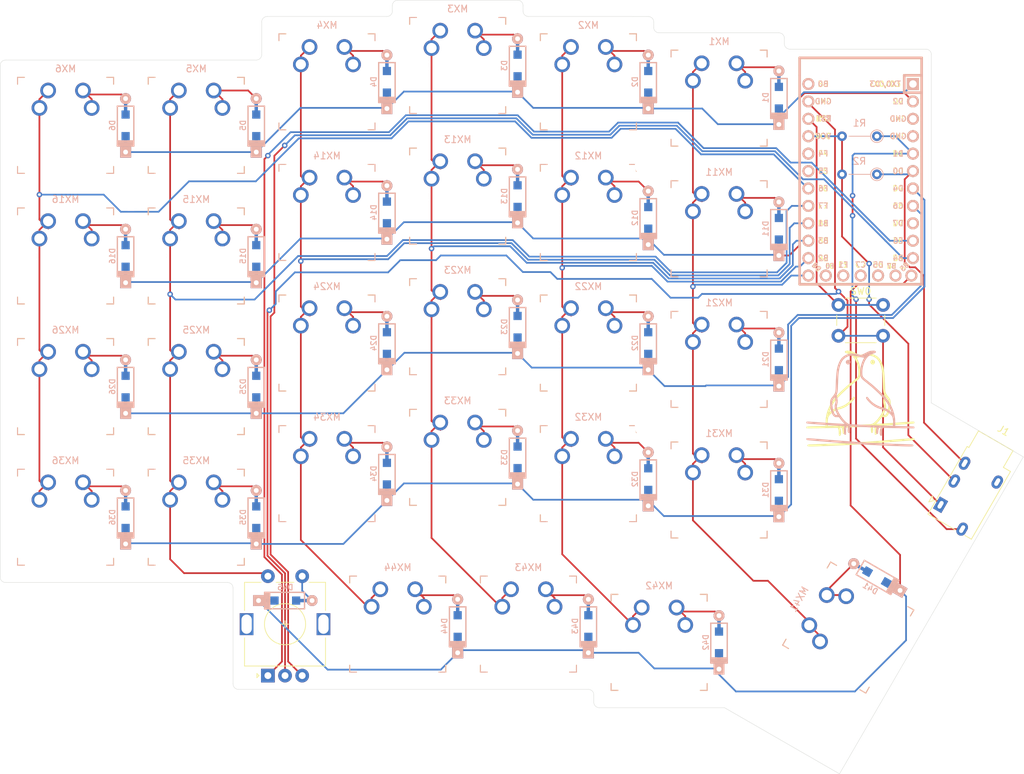
<source format=kicad_pcb>
(kicad_pcb (version 20171130) (host pcbnew "(5.1.9-0-10_14)")
  (layers (0 F.Cu signal) (31 B.Cu signal) (34 B.Paste user) (35 F.Paste user) (36 B.SilkS user) (37 F.SilkS user) (38 B.Mask user) (39 F.Mask user) (44 Edge.Cuts user))
  (net 0 "")
  (net 1 "Net-(D1-Pad2)")
  (net 2 ROW0)
  (net 3 "Net-(D2-Pad2)")
  (net 4 "Net-(D3-Pad2)")
  (net 5 "Net-(D4-Pad2)")
  (net 6 "Net-(D5-Pad2)")
  (net 7 "Net-(D6-Pad2)")
  (net 8 "Net-(D11-Pad2)")
  (net 9 ROW1)
  (net 10 "Net-(D12-Pad2)")
  (net 11 "Net-(D13-Pad2)")
  (net 12 "Net-(D14-Pad2)")
  (net 13 "Net-(D15-Pad2)")
  (net 14 "Net-(D16-Pad2)")
  (net 15 "Net-(D21-Pad2)")
  (net 16 ROW2)
  (net 17 "Net-(D22-Pad2)")
  (net 18 "Net-(D23-Pad2)")
  (net 19 "Net-(D24-Pad2)")
  (net 20 "Net-(D25-Pad2)")
  (net 21 "Net-(D26-Pad2)")
  (net 22 "Net-(D31-Pad2)")
  (net 23 ROW3)
  (net 24 "Net-(D32-Pad2)")
  (net 25 "Net-(D33-Pad2)")
  (net 26 "Net-(D34-Pad2)")
  (net 27 "Net-(D35-Pad2)")
  (net 28 "Net-(D36-Pad2)")
  (net 29 ROW4)
  (net 30 "Net-(D42-Pad2)")
  (net 31 "Net-(D43-Pad2)")
  (net 32 "Net-(D44-Pad2)")
  (net 33 COL0)
  (net 34 COL1)
  (net 35 COL2)
  (net 36 COL3)
  (net 37 COL4)
  (net 38 COL5)
  (net 39 VCC)
  (net 40 SDA)
  (net 41 SCL)
  (net 42 GND)
  (net 43 "Net-(SW0-Pad1)")
  (net 44 LEFT)
  (net 45 RIGHT)
  (net 46 "Net-(D41-Pad2)")
  (net 47 ENC1-IN)
  (module footprints:wren_logo (layer B.Cu) (at 241.262 76.35875 180)
    (fp_text reference G*** hide)
    (fp_text value LOGO hide)
  )
  (module footprints:wren_logo (layer F.Cu) (at 241.262 76.35875)
    (fp_text reference G*** hide)
    (fp_text value LOGO hide)
  )
  (module footprints:Stabilizer_MX_2u (layer F.Cu) (at 239.484 109.75975 240)
    (fp_text reference REF** hide)
    (fp_text value Stabilizer_MX_2u hide)
    (pad "" np_thru_hole circle (at -11.9 -6.985 240) (size 3.048 3.048) (drill 3.048) (layers *.Cu *.Mask))
    (pad "" np_thru_hole circle (at 11.9 -6.985 240) (size 3.048 3.048) (drill 3.048) (layers *.Cu *.Mask))
    (pad "" np_thru_hole circle (at -11.9 8.255 240) (size 3.9878 3.9878) (drill 3.9878) (layers *.Cu *.Mask))
    (pad "" np_thru_hole circle (at 11.9 8.255 240) (size 3.9878 3.9878) (drill 3.9878) (layers *.Cu *.Mask))
  )
  (module footprints:SW_MX_reversible (layer F.Cu) (at 125.4125 36.5125)
    (fp_text reference MX6)
    (fp_text value MX-NoLED)
    (fp_text user %R (at 0 -8.255) (layer B.SilkS) (effects (justify mirror)))
    (pad "" np_thru_hole circle (at -5.08 0) (size 1.7018 1.7018) (drill 1.7018) (layers *.Cu *.Mask))
    (pad "" np_thru_hole circle (at 5.08 0) (size 1.7018 1.7018) (drill 1.7018) (layers *.Cu *.Mask))
    (pad 1 thru_hole circle (at -3.81 -2.54) (size 2.286 2.286) (drill 1.4986) (layers *.Cu *.Mask) (net 38 COL5))
    (pad "" np_thru_hole circle (at 0 0) (size 3.9878 3.9878) (drill 3.9878) (layers *.Cu *.Mask))
    (pad 2 thru_hole circle (at 2.54 -5.08) (size 2.286 2.286) (drill 1.4986) (layers *.Cu *.Mask) (net 7 "Net-(D6-Pad2)"))
    (pad 1 thru_hole circle (at -2.54 -5.08) (size 2.286 2.286) (drill 1.4986) (layers *.Cu *.Mask) (net 38 COL5))
    (pad 2 thru_hole circle (at 3.81 -2.54) (size 2.286 2.286) (drill 1.4986) (layers *.Cu *.Mask) (net 7 "Net-(D6-Pad2)"))
  )
  (module footprints:SW_MX_reversible (layer F.Cu) (at 125.4125 93.6625)
    (fp_text reference MX36)
    (fp_text value MX-NoLED)
    (fp_text user %R (at 0 -8.255) (layer B.SilkS) (effects (justify mirror)))
    (pad "" np_thru_hole circle (at -5.08 0) (size 1.7018 1.7018) (drill 1.7018) (layers *.Cu *.Mask))
    (pad "" np_thru_hole circle (at 5.08 0) (size 1.7018 1.7018) (drill 1.7018) (layers *.Cu *.Mask))
    (pad 1 thru_hole circle (at -3.81 -2.54) (size 2.286 2.286) (drill 1.4986) (layers *.Cu *.Mask) (net 38 COL5))
    (pad "" np_thru_hole circle (at 0 0) (size 3.9878 3.9878) (drill 3.9878) (layers *.Cu *.Mask))
    (pad 2 thru_hole circle (at 2.54 -5.08) (size 2.286 2.286) (drill 1.4986) (layers *.Cu *.Mask) (net 28 "Net-(D36-Pad2)"))
    (pad 1 thru_hole circle (at -2.54 -5.08) (size 2.286 2.286) (drill 1.4986) (layers *.Cu *.Mask) (net 38 COL5))
    (pad 2 thru_hole circle (at 3.81 -2.54) (size 2.286 2.286) (drill 1.4986) (layers *.Cu *.Mask) (net 28 "Net-(D36-Pad2)"))
  )
  (module footprints:SW_MX_reversible (layer F.Cu) (at 239.484 109.75975 60)
    (fp_text reference MX41)
    (fp_text value MX-NoLED)
    (fp_text user %R (at 0 -8.255 60) (layer B.SilkS) (effects (justify mirror)))
    (pad "" np_thru_hole circle (at -5.08 0 60) (size 1.7018 1.7018) (drill 1.7018) (layers *.Cu *.Mask))
    (pad "" np_thru_hole circle (at 5.08 0 60) (size 1.7018 1.7018) (drill 1.7018) (layers *.Cu *.Mask))
    (pad 1 thru_hole circle (at -3.81 -2.54 60) (size 2.286 2.286) (drill 1.4986) (layers *.Cu *.Mask) (net 33 COL0))
    (pad "" np_thru_hole circle (at 0 0 60) (size 3.9878 3.9878) (drill 3.9878) (layers *.Cu *.Mask))
    (pad 2 thru_hole circle (at 2.54 -5.08 60) (size 2.286 2.286) (drill 1.4986) (layers *.Cu *.Mask) (net 46 "Net-(D41-Pad2)"))
    (pad 1 thru_hole circle (at -2.54 -5.08 60) (size 2.286 2.286) (drill 1.4986) (layers *.Cu *.Mask) (net 33 COL0))
    (pad 2 thru_hole circle (at 3.81 -2.54 60) (size 2.286 2.286) (drill 1.4986) (layers *.Cu *.Mask) (net 46 "Net-(D41-Pad2)"))
  )
  (module footprints:SW_MX_reversible (layer F.Cu) (at 144.4625 55.5625)
    (fp_text reference MX15)
    (fp_text value MX-NoLED)
    (fp_text user %R (at 0 -8.255) (layer B.SilkS) (effects (justify mirror)))
    (pad "" np_thru_hole circle (at -5.08 0) (size 1.7018 1.7018) (drill 1.7018) (layers *.Cu *.Mask))
    (pad "" np_thru_hole circle (at 5.08 0) (size 1.7018 1.7018) (drill 1.7018) (layers *.Cu *.Mask))
    (pad 1 thru_hole circle (at -3.81 -2.54) (size 2.286 2.286) (drill 1.4986) (layers *.Cu *.Mask) (net 37 COL4))
    (pad "" np_thru_hole circle (at 0 0) (size 3.9878 3.9878) (drill 3.9878) (layers *.Cu *.Mask))
    (pad 2 thru_hole circle (at 2.54 -5.08) (size 2.286 2.286) (drill 1.4986) (layers *.Cu *.Mask) (net 13 "Net-(D15-Pad2)"))
    (pad 1 thru_hole circle (at -2.54 -5.08) (size 2.286 2.286) (drill 1.4986) (layers *.Cu *.Mask) (net 37 COL4))
    (pad 2 thru_hole circle (at 3.81 -2.54) (size 2.286 2.286) (drill 1.4986) (layers *.Cu *.Mask) (net 13 "Net-(D15-Pad2)"))
  )
  (module footprints:SW_MX_reversible (layer F.Cu) (at 173.825 109.25175)
    (fp_text reference MX44)
    (fp_text value MX-NoLED)
    (fp_text user %R (at 0 -8.255) (layer B.SilkS) (effects (justify mirror)))
    (pad "" np_thru_hole circle (at -5.08 0) (size 1.7018 1.7018) (drill 1.7018) (layers *.Cu *.Mask))
    (pad "" np_thru_hole circle (at 5.08 0) (size 1.7018 1.7018) (drill 1.7018) (layers *.Cu *.Mask))
    (pad 1 thru_hole circle (at -3.81 -2.54) (size 2.286 2.286) (drill 1.4986) (layers *.Cu *.Mask) (net 36 COL3))
    (pad "" np_thru_hole circle (at 0 0) (size 3.9878 3.9878) (drill 3.9878) (layers *.Cu *.Mask))
    (pad 2 thru_hole circle (at 2.54 -5.08) (size 2.286 2.286) (drill 1.4986) (layers *.Cu *.Mask) (net 32 "Net-(D44-Pad2)"))
    (pad 1 thru_hole circle (at -2.54 -5.08) (size 2.286 2.286) (drill 1.4986) (layers *.Cu *.Mask) (net 36 COL3))
    (pad 2 thru_hole circle (at 3.81 -2.54) (size 2.286 2.286) (drill 1.4986) (layers *.Cu *.Mask) (net 32 "Net-(D44-Pad2)"))
  )
  (module footprints:SW_MX_reversible (layer F.Cu) (at 192.875 109.25175)
    (fp_text reference MX43)
    (fp_text value MX-NoLED)
    (fp_text user %R (at 0 -8.255) (layer B.SilkS) (effects (justify mirror)))
    (pad "" np_thru_hole circle (at -5.08 0) (size 1.7018 1.7018) (drill 1.7018) (layers *.Cu *.Mask))
    (pad "" np_thru_hole circle (at 5.08 0) (size 1.7018 1.7018) (drill 1.7018) (layers *.Cu *.Mask))
    (pad 1 thru_hole circle (at -3.81 -2.54) (size 2.286 2.286) (drill 1.4986) (layers *.Cu *.Mask) (net 35 COL2))
    (pad "" np_thru_hole circle (at 0 0) (size 3.9878 3.9878) (drill 3.9878) (layers *.Cu *.Mask))
    (pad 2 thru_hole circle (at 2.54 -5.08) (size 2.286 2.286) (drill 1.4986) (layers *.Cu *.Mask) (net 31 "Net-(D43-Pad2)"))
    (pad 1 thru_hole circle (at -2.54 -5.08) (size 2.286 2.286) (drill 1.4986) (layers *.Cu *.Mask) (net 35 COL2))
    (pad 2 thru_hole circle (at 3.81 -2.54) (size 2.286 2.286) (drill 1.4986) (layers *.Cu *.Mask) (net 31 "Net-(D43-Pad2)"))
  )
  (module footprints:SW_MX_reversible (layer F.Cu) (at 211.925 111.91875)
    (fp_text reference MX42)
    (fp_text value MX-NoLED)
    (fp_text user %R (at 0 -8.255) (layer B.SilkS) (effects (justify mirror)))
    (pad "" np_thru_hole circle (at -5.08 0) (size 1.7018 1.7018) (drill 1.7018) (layers *.Cu *.Mask))
    (pad "" np_thru_hole circle (at 5.08 0) (size 1.7018 1.7018) (drill 1.7018) (layers *.Cu *.Mask))
    (pad 1 thru_hole circle (at -3.81 -2.54) (size 2.286 2.286) (drill 1.4986) (layers *.Cu *.Mask) (net 34 COL1))
    (pad "" np_thru_hole circle (at 0 0) (size 3.9878 3.9878) (drill 3.9878) (layers *.Cu *.Mask))
    (pad 2 thru_hole circle (at 2.54 -5.08) (size 2.286 2.286) (drill 1.4986) (layers *.Cu *.Mask) (net 30 "Net-(D42-Pad2)"))
    (pad 1 thru_hole circle (at -2.54 -5.08) (size 2.286 2.286) (drill 1.4986) (layers *.Cu *.Mask) (net 34 COL1))
    (pad 2 thru_hole circle (at 3.81 -2.54) (size 2.286 2.286) (drill 1.4986) (layers *.Cu *.Mask) (net 30 "Net-(D42-Pad2)"))
  )
  (module footprints:SW_MX_reversible (layer F.Cu) (at 144.4625 93.6625)
    (fp_text reference MX35)
    (fp_text value MX-NoLED)
    (fp_text user %R (at 0 -8.255) (layer B.SilkS) (effects (justify mirror)))
    (pad "" np_thru_hole circle (at -5.08 0) (size 1.7018 1.7018) (drill 1.7018) (layers *.Cu *.Mask))
    (pad "" np_thru_hole circle (at 5.08 0) (size 1.7018 1.7018) (drill 1.7018) (layers *.Cu *.Mask))
    (pad 1 thru_hole circle (at -3.81 -2.54) (size 2.286 2.286) (drill 1.4986) (layers *.Cu *.Mask) (net 37 COL4))
    (pad "" np_thru_hole circle (at 0 0) (size 3.9878 3.9878) (drill 3.9878) (layers *.Cu *.Mask))
    (pad 2 thru_hole circle (at 2.54 -5.08) (size 2.286 2.286) (drill 1.4986) (layers *.Cu *.Mask) (net 27 "Net-(D35-Pad2)"))
    (pad 1 thru_hole circle (at -2.54 -5.08) (size 2.286 2.286) (drill 1.4986) (layers *.Cu *.Mask) (net 37 COL4))
    (pad 2 thru_hole circle (at 3.81 -2.54) (size 2.286 2.286) (drill 1.4986) (layers *.Cu *.Mask) (net 27 "Net-(D35-Pad2)"))
  )
  (module footprints:SW_MX_reversible (layer F.Cu) (at 163.5125 87.3125)
    (fp_text reference MX34)
    (fp_text value MX-NoLED)
    (fp_text user %R (at 0 -8.255) (layer B.SilkS) (effects (justify mirror)))
    (pad "" np_thru_hole circle (at -5.08 0) (size 1.7018 1.7018) (drill 1.7018) (layers *.Cu *.Mask))
    (pad "" np_thru_hole circle (at 5.08 0) (size 1.7018 1.7018) (drill 1.7018) (layers *.Cu *.Mask))
    (pad 1 thru_hole circle (at -3.81 -2.54) (size 2.286 2.286) (drill 1.4986) (layers *.Cu *.Mask) (net 36 COL3))
    (pad "" np_thru_hole circle (at 0 0) (size 3.9878 3.9878) (drill 3.9878) (layers *.Cu *.Mask))
    (pad 2 thru_hole circle (at 2.54 -5.08) (size 2.286 2.286) (drill 1.4986) (layers *.Cu *.Mask) (net 26 "Net-(D34-Pad2)"))
    (pad 1 thru_hole circle (at -2.54 -5.08) (size 2.286 2.286) (drill 1.4986) (layers *.Cu *.Mask) (net 36 COL3))
    (pad 2 thru_hole circle (at 3.81 -2.54) (size 2.286 2.286) (drill 1.4986) (layers *.Cu *.Mask) (net 26 "Net-(D34-Pad2)"))
  )
  (module footprints:SW_MX_reversible (layer F.Cu) (at 182.5625 84.93125)
    (fp_text reference MX33)
    (fp_text value MX-NoLED)
    (fp_text user %R (at 0 -8.255) (layer B.SilkS) (effects (justify mirror)))
    (pad "" np_thru_hole circle (at -5.08 0) (size 1.7018 1.7018) (drill 1.7018) (layers *.Cu *.Mask))
    (pad "" np_thru_hole circle (at 5.08 0) (size 1.7018 1.7018) (drill 1.7018) (layers *.Cu *.Mask))
    (pad 1 thru_hole circle (at -3.81 -2.54) (size 2.286 2.286) (drill 1.4986) (layers *.Cu *.Mask) (net 35 COL2))
    (pad "" np_thru_hole circle (at 0 0) (size 3.9878 3.9878) (drill 3.9878) (layers *.Cu *.Mask))
    (pad 2 thru_hole circle (at 2.54 -5.08) (size 2.286 2.286) (drill 1.4986) (layers *.Cu *.Mask) (net 25 "Net-(D33-Pad2)"))
    (pad 1 thru_hole circle (at -2.54 -5.08) (size 2.286 2.286) (drill 1.4986) (layers *.Cu *.Mask) (net 35 COL2))
    (pad 2 thru_hole circle (at 3.81 -2.54) (size 2.286 2.286) (drill 1.4986) (layers *.Cu *.Mask) (net 25 "Net-(D33-Pad2)"))
  )
  (module footprints:SW_MX_reversible (layer F.Cu) (at 201.6125 87.3125)
    (fp_text reference MX32)
    (fp_text value MX-NoLED)
    (fp_text user %R (at 0 -8.255) (layer B.SilkS) (effects (justify mirror)))
    (pad "" np_thru_hole circle (at -5.08 0) (size 1.7018 1.7018) (drill 1.7018) (layers *.Cu *.Mask))
    (pad "" np_thru_hole circle (at 5.08 0) (size 1.7018 1.7018) (drill 1.7018) (layers *.Cu *.Mask))
    (pad 1 thru_hole circle (at -3.81 -2.54) (size 2.286 2.286) (drill 1.4986) (layers *.Cu *.Mask) (net 34 COL1))
    (pad "" np_thru_hole circle (at 0 0) (size 3.9878 3.9878) (drill 3.9878) (layers *.Cu *.Mask))
    (pad 2 thru_hole circle (at 2.54 -5.08) (size 2.286 2.286) (drill 1.4986) (layers *.Cu *.Mask) (net 24 "Net-(D32-Pad2)"))
    (pad 1 thru_hole circle (at -2.54 -5.08) (size 2.286 2.286) (drill 1.4986) (layers *.Cu *.Mask) (net 34 COL1))
    (pad 2 thru_hole circle (at 3.81 -2.54) (size 2.286 2.286) (drill 1.4986) (layers *.Cu *.Mask) (net 24 "Net-(D32-Pad2)"))
  )
  (module footprints:SW_MX_reversible (layer F.Cu) (at 220.6625 89.69375)
    (fp_text reference MX31)
    (fp_text value MX-NoLED)
    (fp_text user %R (at 0 -8.255) (layer B.SilkS) (effects (justify mirror)))
    (pad "" np_thru_hole circle (at -5.08 0) (size 1.7018 1.7018) (drill 1.7018) (layers *.Cu *.Mask))
    (pad "" np_thru_hole circle (at 5.08 0) (size 1.7018 1.7018) (drill 1.7018) (layers *.Cu *.Mask))
    (pad 1 thru_hole circle (at -3.81 -2.54) (size 2.286 2.286) (drill 1.4986) (layers *.Cu *.Mask) (net 33 COL0))
    (pad "" np_thru_hole circle (at 0 0) (size 3.9878 3.9878) (drill 3.9878) (layers *.Cu *.Mask))
    (pad 2 thru_hole circle (at 2.54 -5.08) (size 2.286 2.286) (drill 1.4986) (layers *.Cu *.Mask) (net 22 "Net-(D31-Pad2)"))
    (pad 1 thru_hole circle (at -2.54 -5.08) (size 2.286 2.286) (drill 1.4986) (layers *.Cu *.Mask) (net 33 COL0))
    (pad 2 thru_hole circle (at 3.81 -2.54) (size 2.286 2.286) (drill 1.4986) (layers *.Cu *.Mask) (net 22 "Net-(D31-Pad2)"))
  )
  (module footprints:SW_MX_reversible (layer F.Cu) (at 125.4125 74.6125)
    (fp_text reference MX26)
    (fp_text value MX-NoLED)
    (fp_text user %R (at 0 -8.255) (layer B.SilkS) (effects (justify mirror)))
    (pad "" np_thru_hole circle (at -5.08 0) (size 1.7018 1.7018) (drill 1.7018) (layers *.Cu *.Mask))
    (pad "" np_thru_hole circle (at 5.08 0) (size 1.7018 1.7018) (drill 1.7018) (layers *.Cu *.Mask))
    (pad 1 thru_hole circle (at -3.81 -2.54) (size 2.286 2.286) (drill 1.4986) (layers *.Cu *.Mask) (net 38 COL5))
    (pad "" np_thru_hole circle (at 0 0) (size 3.9878 3.9878) (drill 3.9878) (layers *.Cu *.Mask))
    (pad 2 thru_hole circle (at 2.54 -5.08) (size 2.286 2.286) (drill 1.4986) (layers *.Cu *.Mask) (net 21 "Net-(D26-Pad2)"))
    (pad 1 thru_hole circle (at -2.54 -5.08) (size 2.286 2.286) (drill 1.4986) (layers *.Cu *.Mask) (net 38 COL5))
    (pad 2 thru_hole circle (at 3.81 -2.54) (size 2.286 2.286) (drill 1.4986) (layers *.Cu *.Mask) (net 21 "Net-(D26-Pad2)"))
  )
  (module footprints:SW_MX_reversible (layer F.Cu) (at 144.4625 74.6125)
    (fp_text reference MX25)
    (fp_text value MX-NoLED)
    (fp_text user %R (at 0 -8.255) (layer B.SilkS) (effects (justify mirror)))
    (pad "" np_thru_hole circle (at -5.08 0) (size 1.7018 1.7018) (drill 1.7018) (layers *.Cu *.Mask))
    (pad "" np_thru_hole circle (at 5.08 0) (size 1.7018 1.7018) (drill 1.7018) (layers *.Cu *.Mask))
    (pad 1 thru_hole circle (at -3.81 -2.54) (size 2.286 2.286) (drill 1.4986) (layers *.Cu *.Mask) (net 37 COL4))
    (pad "" np_thru_hole circle (at 0 0) (size 3.9878 3.9878) (drill 3.9878) (layers *.Cu *.Mask))
    (pad 2 thru_hole circle (at 2.54 -5.08) (size 2.286 2.286) (drill 1.4986) (layers *.Cu *.Mask) (net 20 "Net-(D25-Pad2)"))
    (pad 1 thru_hole circle (at -2.54 -5.08) (size 2.286 2.286) (drill 1.4986) (layers *.Cu *.Mask) (net 37 COL4))
    (pad 2 thru_hole circle (at 3.81 -2.54) (size 2.286 2.286) (drill 1.4986) (layers *.Cu *.Mask) (net 20 "Net-(D25-Pad2)"))
  )
  (module footprints:SW_MX_reversible (layer F.Cu) (at 163.5125 68.2625)
    (fp_text reference MX24)
    (fp_text value MX-NoLED)
    (fp_text user %R (at 0 -8.255) (layer B.SilkS) (effects (justify mirror)))
    (pad "" np_thru_hole circle (at -5.08 0) (size 1.7018 1.7018) (drill 1.7018) (layers *.Cu *.Mask))
    (pad "" np_thru_hole circle (at 5.08 0) (size 1.7018 1.7018) (drill 1.7018) (layers *.Cu *.Mask))
    (pad 1 thru_hole circle (at -3.81 -2.54) (size 2.286 2.286) (drill 1.4986) (layers *.Cu *.Mask) (net 36 COL3))
    (pad "" np_thru_hole circle (at 0 0) (size 3.9878 3.9878) (drill 3.9878) (layers *.Cu *.Mask))
    (pad 2 thru_hole circle (at 2.54 -5.08) (size 2.286 2.286) (drill 1.4986) (layers *.Cu *.Mask) (net 19 "Net-(D24-Pad2)"))
    (pad 1 thru_hole circle (at -2.54 -5.08) (size 2.286 2.286) (drill 1.4986) (layers *.Cu *.Mask) (net 36 COL3))
    (pad 2 thru_hole circle (at 3.81 -2.54) (size 2.286 2.286) (drill 1.4986) (layers *.Cu *.Mask) (net 19 "Net-(D24-Pad2)"))
  )
  (module footprints:SW_MX_reversible (layer F.Cu) (at 182.5625 65.88125)
    (fp_text reference MX23)
    (fp_text value MX-NoLED)
    (fp_text user %R (at 0 -8.255) (layer B.SilkS) (effects (justify mirror)))
    (pad "" np_thru_hole circle (at -5.08 0) (size 1.7018 1.7018) (drill 1.7018) (layers *.Cu *.Mask))
    (pad "" np_thru_hole circle (at 5.08 0) (size 1.7018 1.7018) (drill 1.7018) (layers *.Cu *.Mask))
    (pad 1 thru_hole circle (at -3.81 -2.54) (size 2.286 2.286) (drill 1.4986) (layers *.Cu *.Mask) (net 35 COL2))
    (pad "" np_thru_hole circle (at 0 0) (size 3.9878 3.9878) (drill 3.9878) (layers *.Cu *.Mask))
    (pad 2 thru_hole circle (at 2.54 -5.08) (size 2.286 2.286) (drill 1.4986) (layers *.Cu *.Mask) (net 18 "Net-(D23-Pad2)"))
    (pad 1 thru_hole circle (at -2.54 -5.08) (size 2.286 2.286) (drill 1.4986) (layers *.Cu *.Mask) (net 35 COL2))
    (pad 2 thru_hole circle (at 3.81 -2.54) (size 2.286 2.286) (drill 1.4986) (layers *.Cu *.Mask) (net 18 "Net-(D23-Pad2)"))
  )
  (module footprints:SW_MX_reversible (layer F.Cu) (at 201.6125 68.2625)
    (fp_text reference MX22)
    (fp_text value MX-NoLED)
    (fp_text user %R (at 0 -8.255) (layer B.SilkS) (effects (justify mirror)))
    (pad "" np_thru_hole circle (at -5.08 0) (size 1.7018 1.7018) (drill 1.7018) (layers *.Cu *.Mask))
    (pad "" np_thru_hole circle (at 5.08 0) (size 1.7018 1.7018) (drill 1.7018) (layers *.Cu *.Mask))
    (pad 1 thru_hole circle (at -3.81 -2.54) (size 2.286 2.286) (drill 1.4986) (layers *.Cu *.Mask) (net 34 COL1))
    (pad "" np_thru_hole circle (at 0 0) (size 3.9878 3.9878) (drill 3.9878) (layers *.Cu *.Mask))
    (pad 2 thru_hole circle (at 2.54 -5.08) (size 2.286 2.286) (drill 1.4986) (layers *.Cu *.Mask) (net 17 "Net-(D22-Pad2)"))
    (pad 1 thru_hole circle (at -2.54 -5.08) (size 2.286 2.286) (drill 1.4986) (layers *.Cu *.Mask) (net 34 COL1))
    (pad 2 thru_hole circle (at 3.81 -2.54) (size 2.286 2.286) (drill 1.4986) (layers *.Cu *.Mask) (net 17 "Net-(D22-Pad2)"))
  )
  (module footprints:SW_MX_reversible (layer F.Cu) (at 220.6625 70.64375)
    (fp_text reference MX21)
    (fp_text value MX-NoLED)
    (fp_text user %R (at 0 -8.255) (layer B.SilkS) (effects (justify mirror)))
    (pad "" np_thru_hole circle (at -5.08 0) (size 1.7018 1.7018) (drill 1.7018) (layers *.Cu *.Mask))
    (pad "" np_thru_hole circle (at 5.08 0) (size 1.7018 1.7018) (drill 1.7018) (layers *.Cu *.Mask))
    (pad 1 thru_hole circle (at -3.81 -2.54) (size 2.286 2.286) (drill 1.4986) (layers *.Cu *.Mask) (net 33 COL0))
    (pad "" np_thru_hole circle (at 0 0) (size 3.9878 3.9878) (drill 3.9878) (layers *.Cu *.Mask))
    (pad 2 thru_hole circle (at 2.54 -5.08) (size 2.286 2.286) (drill 1.4986) (layers *.Cu *.Mask) (net 15 "Net-(D21-Pad2)"))
    (pad 1 thru_hole circle (at -2.54 -5.08) (size 2.286 2.286) (drill 1.4986) (layers *.Cu *.Mask) (net 33 COL0))
    (pad 2 thru_hole circle (at 3.81 -2.54) (size 2.286 2.286) (drill 1.4986) (layers *.Cu *.Mask) (net 15 "Net-(D21-Pad2)"))
  )
  (module footprints:SW_MX_reversible (layer F.Cu) (at 125.4125 55.5625)
    (fp_text reference MX16)
    (fp_text value MX-NoLED)
    (fp_text user %R (at 0 -8.255) (layer B.SilkS) (effects (justify mirror)))
    (pad "" np_thru_hole circle (at -5.08 0) (size 1.7018 1.7018) (drill 1.7018) (layers *.Cu *.Mask))
    (pad "" np_thru_hole circle (at 5.08 0) (size 1.7018 1.7018) (drill 1.7018) (layers *.Cu *.Mask))
    (pad 1 thru_hole circle (at -3.81 -2.54) (size 2.286 2.286) (drill 1.4986) (layers *.Cu *.Mask) (net 38 COL5))
    (pad "" np_thru_hole circle (at 0 0) (size 3.9878 3.9878) (drill 3.9878) (layers *.Cu *.Mask))
    (pad 2 thru_hole circle (at 2.54 -5.08) (size 2.286 2.286) (drill 1.4986) (layers *.Cu *.Mask) (net 14 "Net-(D16-Pad2)"))
    (pad 1 thru_hole circle (at -2.54 -5.08) (size 2.286 2.286) (drill 1.4986) (layers *.Cu *.Mask) (net 38 COL5))
    (pad 2 thru_hole circle (at 3.81 -2.54) (size 2.286 2.286) (drill 1.4986) (layers *.Cu *.Mask) (net 14 "Net-(D16-Pad2)"))
  )
  (module footprints:SW_MX_reversible (layer F.Cu) (at 163.5125 49.2125)
    (fp_text reference MX14)
    (fp_text value MX-NoLED)
    (fp_text user %R (at 0 -8.255) (layer B.SilkS) (effects (justify mirror)))
    (pad "" np_thru_hole circle (at -5.08 0) (size 1.7018 1.7018) (drill 1.7018) (layers *.Cu *.Mask))
    (pad "" np_thru_hole circle (at 5.08 0) (size 1.7018 1.7018) (drill 1.7018) (layers *.Cu *.Mask))
    (pad 1 thru_hole circle (at -3.81 -2.54) (size 2.286 2.286) (drill 1.4986) (layers *.Cu *.Mask) (net 36 COL3))
    (pad "" np_thru_hole circle (at 0 0) (size 3.9878 3.9878) (drill 3.9878) (layers *.Cu *.Mask))
    (pad 2 thru_hole circle (at 2.54 -5.08) (size 2.286 2.286) (drill 1.4986) (layers *.Cu *.Mask) (net 12 "Net-(D14-Pad2)"))
    (pad 1 thru_hole circle (at -2.54 -5.08) (size 2.286 2.286) (drill 1.4986) (layers *.Cu *.Mask) (net 36 COL3))
    (pad 2 thru_hole circle (at 3.81 -2.54) (size 2.286 2.286) (drill 1.4986) (layers *.Cu *.Mask) (net 12 "Net-(D14-Pad2)"))
  )
  (module footprints:SW_MX_reversible (layer F.Cu) (at 182.5625 46.83125)
    (fp_text reference MX13)
    (fp_text value MX-NoLED)
    (fp_text user %R (at 0 -8.255) (layer B.SilkS) (effects (justify mirror)))
    (pad "" np_thru_hole circle (at -5.08 0) (size 1.7018 1.7018) (drill 1.7018) (layers *.Cu *.Mask))
    (pad "" np_thru_hole circle (at 5.08 0) (size 1.7018 1.7018) (drill 1.7018) (layers *.Cu *.Mask))
    (pad 1 thru_hole circle (at -3.81 -2.54) (size 2.286 2.286) (drill 1.4986) (layers *.Cu *.Mask) (net 35 COL2))
    (pad "" np_thru_hole circle (at 0 0) (size 3.9878 3.9878) (drill 3.9878) (layers *.Cu *.Mask))
    (pad 2 thru_hole circle (at 2.54 -5.08) (size 2.286 2.286) (drill 1.4986) (layers *.Cu *.Mask) (net 11 "Net-(D13-Pad2)"))
    (pad 1 thru_hole circle (at -2.54 -5.08) (size 2.286 2.286) (drill 1.4986) (layers *.Cu *.Mask) (net 35 COL2))
    (pad 2 thru_hole circle (at 3.81 -2.54) (size 2.286 2.286) (drill 1.4986) (layers *.Cu *.Mask) (net 11 "Net-(D13-Pad2)"))
  )
  (module footprints:SW_MX_reversible (layer F.Cu) (at 201.6125 49.2125)
    (fp_text reference MX12)
    (fp_text value MX-NoLED)
    (fp_text user %R (at 0 -8.255) (layer B.SilkS) (effects (justify mirror)))
    (pad "" np_thru_hole circle (at -5.08 0) (size 1.7018 1.7018) (drill 1.7018) (layers *.Cu *.Mask))
    (pad "" np_thru_hole circle (at 5.08 0) (size 1.7018 1.7018) (drill 1.7018) (layers *.Cu *.Mask))
    (pad 1 thru_hole circle (at -3.81 -2.54) (size 2.286 2.286) (drill 1.4986) (layers *.Cu *.Mask) (net 34 COL1))
    (pad "" np_thru_hole circle (at 0 0) (size 3.9878 3.9878) (drill 3.9878) (layers *.Cu *.Mask))
    (pad 2 thru_hole circle (at 2.54 -5.08) (size 2.286 2.286) (drill 1.4986) (layers *.Cu *.Mask) (net 10 "Net-(D12-Pad2)"))
    (pad 1 thru_hole circle (at -2.54 -5.08) (size 2.286 2.286) (drill 1.4986) (layers *.Cu *.Mask) (net 34 COL1))
    (pad 2 thru_hole circle (at 3.81 -2.54) (size 2.286 2.286) (drill 1.4986) (layers *.Cu *.Mask) (net 10 "Net-(D12-Pad2)"))
  )
  (module footprints:SW_MX_reversible (layer F.Cu) (at 220.6625 51.59375)
    (fp_text reference MX11)
    (fp_text value MX-NoLED)
    (fp_text user %R (at 0 -8.255) (layer B.SilkS) (effects (justify mirror)))
    (pad "" np_thru_hole circle (at -5.08 0) (size 1.7018 1.7018) (drill 1.7018) (layers *.Cu *.Mask))
    (pad "" np_thru_hole circle (at 5.08 0) (size 1.7018 1.7018) (drill 1.7018) (layers *.Cu *.Mask))
    (pad 1 thru_hole circle (at -3.81 -2.54) (size 2.286 2.286) (drill 1.4986) (layers *.Cu *.Mask) (net 33 COL0))
    (pad "" np_thru_hole circle (at 0 0) (size 3.9878 3.9878) (drill 3.9878) (layers *.Cu *.Mask))
    (pad 2 thru_hole circle (at 2.54 -5.08) (size 2.286 2.286) (drill 1.4986) (layers *.Cu *.Mask) (net 8 "Net-(D11-Pad2)"))
    (pad 1 thru_hole circle (at -2.54 -5.08) (size 2.286 2.286) (drill 1.4986) (layers *.Cu *.Mask) (net 33 COL0))
    (pad 2 thru_hole circle (at 3.81 -2.54) (size 2.286 2.286) (drill 1.4986) (layers *.Cu *.Mask) (net 8 "Net-(D11-Pad2)"))
  )
  (module footprints:SW_MX_reversible (layer F.Cu) (at 144.4625 36.5125)
    (fp_text reference MX5)
    (fp_text value MX-NoLED)
    (fp_text user %R (at 0 -8.255) (layer B.SilkS) (effects (justify mirror)))
    (pad "" np_thru_hole circle (at -5.08 0) (size 1.7018 1.7018) (drill 1.7018) (layers *.Cu *.Mask))
    (pad "" np_thru_hole circle (at 5.08 0) (size 1.7018 1.7018) (drill 1.7018) (layers *.Cu *.Mask))
    (pad 1 thru_hole circle (at -3.81 -2.54) (size 2.286 2.286) (drill 1.4986) (layers *.Cu *.Mask) (net 37 COL4))
    (pad "" np_thru_hole circle (at 0 0) (size 3.9878 3.9878) (drill 3.9878) (layers *.Cu *.Mask))
    (pad 2 thru_hole circle (at 2.54 -5.08) (size 2.286 2.286) (drill 1.4986) (layers *.Cu *.Mask) (net 6 "Net-(D5-Pad2)"))
    (pad 1 thru_hole circle (at -2.54 -5.08) (size 2.286 2.286) (drill 1.4986) (layers *.Cu *.Mask) (net 37 COL4))
    (pad 2 thru_hole circle (at 3.81 -2.54) (size 2.286 2.286) (drill 1.4986) (layers *.Cu *.Mask) (net 6 "Net-(D5-Pad2)"))
  )
  (module footprints:SW_MX_reversible (layer F.Cu) (at 163.5125 30.1625)
    (fp_text reference MX4)
    (fp_text value MX-NoLED)
    (fp_text user %R (at 0 -8.255) (layer B.SilkS) (effects (justify mirror)))
    (pad "" np_thru_hole circle (at -5.08 0) (size 1.7018 1.7018) (drill 1.7018) (layers *.Cu *.Mask))
    (pad "" np_thru_hole circle (at 5.08 0) (size 1.7018 1.7018) (drill 1.7018) (layers *.Cu *.Mask))
    (pad 1 thru_hole circle (at -3.81 -2.54) (size 2.286 2.286) (drill 1.4986) (layers *.Cu *.Mask) (net 36 COL3))
    (pad "" np_thru_hole circle (at 0 0) (size 3.9878 3.9878) (drill 3.9878) (layers *.Cu *.Mask))
    (pad 2 thru_hole circle (at 2.54 -5.08) (size 2.286 2.286) (drill 1.4986) (layers *.Cu *.Mask) (net 5 "Net-(D4-Pad2)"))
    (pad 1 thru_hole circle (at -2.54 -5.08) (size 2.286 2.286) (drill 1.4986) (layers *.Cu *.Mask) (net 36 COL3))
    (pad 2 thru_hole circle (at 3.81 -2.54) (size 2.286 2.286) (drill 1.4986) (layers *.Cu *.Mask) (net 5 "Net-(D4-Pad2)"))
  )
  (module footprints:SW_MX_reversible (layer F.Cu) (at 182.5625 27.78125)
    (fp_text reference MX3)
    (fp_text value MX-NoLED)
    (fp_text user %R (at 0 -8.255) (layer B.SilkS) (effects (justify mirror)))
    (pad "" np_thru_hole circle (at -5.08 0) (size 1.7018 1.7018) (drill 1.7018) (layers *.Cu *.Mask))
    (pad "" np_thru_hole circle (at 5.08 0) (size 1.7018 1.7018) (drill 1.7018) (layers *.Cu *.Mask))
    (pad 1 thru_hole circle (at -3.81 -2.54) (size 2.286 2.286) (drill 1.4986) (layers *.Cu *.Mask) (net 35 COL2))
    (pad "" np_thru_hole circle (at 0 0) (size 3.9878 3.9878) (drill 3.9878) (layers *.Cu *.Mask))
    (pad 2 thru_hole circle (at 2.54 -5.08) (size 2.286 2.286) (drill 1.4986) (layers *.Cu *.Mask) (net 4 "Net-(D3-Pad2)"))
    (pad 1 thru_hole circle (at -2.54 -5.08) (size 2.286 2.286) (drill 1.4986) (layers *.Cu *.Mask) (net 35 COL2))
    (pad 2 thru_hole circle (at 3.81 -2.54) (size 2.286 2.286) (drill 1.4986) (layers *.Cu *.Mask) (net 4 "Net-(D3-Pad2)"))
  )
  (module footprints:SW_MX_reversible (layer F.Cu) (at 201.6125 30.1625)
    (fp_text reference MX2)
    (fp_text value MX-NoLED)
    (fp_text user %R (at 0 -8.255) (layer B.SilkS) (effects (justify mirror)))
    (pad "" np_thru_hole circle (at -5.08 0) (size 1.7018 1.7018) (drill 1.7018) (layers *.Cu *.Mask))
    (pad "" np_thru_hole circle (at 5.08 0) (size 1.7018 1.7018) (drill 1.7018) (layers *.Cu *.Mask))
    (pad 1 thru_hole circle (at -3.81 -2.54) (size 2.286 2.286) (drill 1.4986) (layers *.Cu *.Mask) (net 34 COL1))
    (pad "" np_thru_hole circle (at 0 0) (size 3.9878 3.9878) (drill 3.9878) (layers *.Cu *.Mask))
    (pad 2 thru_hole circle (at 2.54 -5.08) (size 2.286 2.286) (drill 1.4986) (layers *.Cu *.Mask) (net 3 "Net-(D2-Pad2)"))
    (pad 1 thru_hole circle (at -2.54 -5.08) (size 2.286 2.286) (drill 1.4986) (layers *.Cu *.Mask) (net 34 COL1))
    (pad 2 thru_hole circle (at 3.81 -2.54) (size 2.286 2.286) (drill 1.4986) (layers *.Cu *.Mask) (net 3 "Net-(D2-Pad2)"))
  )
  (module footprints:SW_MX_reversible (layer F.Cu) (at 220.6625 32.54375)
    (fp_text reference MX1)
    (fp_text value MX-NoLED)
    (fp_text user %R (at 0 -8.255) (layer B.SilkS) (effects (justify mirror)))
    (pad "" np_thru_hole circle (at -5.08 0) (size 1.7018 1.7018) (drill 1.7018) (layers *.Cu *.Mask))
    (pad "" np_thru_hole circle (at 5.08 0) (size 1.7018 1.7018) (drill 1.7018) (layers *.Cu *.Mask))
    (pad 1 thru_hole circle (at -3.81 -2.54) (size 2.286 2.286) (drill 1.4986) (layers *.Cu *.Mask) (net 33 COL0))
    (pad "" np_thru_hole circle (at 0 0) (size 3.9878 3.9878) (drill 3.9878) (layers *.Cu *.Mask))
    (pad 2 thru_hole circle (at 2.54 -5.08) (size 2.286 2.286) (drill 1.4986) (layers *.Cu *.Mask) (net 1 "Net-(D1-Pad2)"))
    (pad 1 thru_hole circle (at -2.54 -5.08) (size 2.286 2.286) (drill 1.4986) (layers *.Cu *.Mask) (net 33 COL0))
    (pad 2 thru_hole circle (at 3.81 -2.54) (size 2.286 2.286) (drill 1.4986) (layers *.Cu *.Mask) (net 1 "Net-(D1-Pad2)"))
  )
  (module footprints:Elite-C (layer B.Cu) (at 241.3 44.45 270)
    (fp_text reference U1 hide)
    (fp_text value Elite-C hide)
    (fp_text user D5 (at 12.4 -2.54 180) (layer F.SilkS) (effects (font (size 0.8 0.8))))
    (fp_text user D5 (at 12.4 -2.54 180) (layer B.SilkS) (effects (font (size 0.8 0.8)) (justify mirror)))
    (fp_text user F1 (at 12.4 2.54 180) (layer B.SilkS) (effects (font (size 0.8 0.8)) (justify mirror)))
    (fp_text user F1 (at 12.4 2.54 180) (layer F.SilkS) (effects (font (size 0.8 0.8))))
    (fp_text user C7 (at 12.4 0 180) (layer F.SilkS) (effects (font (size 0.8 0.8))))
    (fp_text user C7 (at 12.4 0 180) (layer B.SilkS) (effects (font (size 0.8 0.8)) (justify mirror)))
    (fp_text user B6 (at 12.7 6.4 135 unlocked) (layer F.SilkS) (effects (font (size 0.7 0.7))))
    (fp_text user B6 (at 12.7 6.4 135 unlocked) (layer B.SilkS) (effects (font (size 0.7 0.7)) (justify mirror)))
    (fp_text user F0 (at 12.6 4.5 180) (layer B.SilkS) (effects (font (size 0.7 0.7)) (justify mirror)))
    (fp_text user F0 (at 12.6 4.5 180) (layer F.SilkS) (effects (font (size 0.7 0.7))))
    (fp_text user B7 (at 12.6 -4.5 180) (layer F.SilkS) (effects (font (size 0.7 0.7))))
    (fp_text user B7 (at 12.6 -4.5 180) (layer B.SilkS) (effects (font (size 0.7 0.7)) (justify mirror)))
    (fp_text user ST (at -8.91 5.04 180) (layer F.SilkS) (effects (font (size 0.8 0.8))))
    (fp_text user TX0/D3 (at -13.97 -3.571872 180) (layer B.SilkS) (effects (font (size 0.8 0.8)) (justify mirror)))
    (fp_text user TX0/D3 (at -13.97 -3.571872 180) (layer F.SilkS) (effects (font (size 0.8 0.8))))
    (fp_text user D2 (at -11.43 -5.461 180) (layer B.SilkS) (effects (font (size 0.8 0.8)) (justify mirror)))
    (fp_text user D0 (at -1.27 -5.461 180) (layer B.SilkS) (effects (font (size 0.8 0.8)) (justify mirror)))
    (fp_text user D1 (at -3.81 -5.461 180) (layer B.SilkS) (effects (font (size 0.8 0.8)) (justify mirror)))
    (fp_text user GND (at -6.35 -5.461 180) (layer B.SilkS) (effects (font (size 0.8 0.8)) (justify mirror)))
    (fp_text user GND (at -8.89 -5.461 180) (layer B.SilkS) (effects (font (size 0.8 0.8)) (justify mirror)))
    (fp_text user D4 (at 1.27 -5.461 180) (layer B.SilkS) (effects (font (size 0.8 0.8)) (justify mirror)))
    (fp_text user C6 (at 3.81 -5.461 180) (layer B.SilkS) (effects (font (size 0.8 0.8)) (justify mirror)))
    (fp_text user D7 (at 6.35 -5.461 180) (layer B.SilkS) (effects (font (size 0.8 0.8)) (justify mirror)))
    (fp_text user E6 (at 8.89 -5.461 180) (layer B.SilkS) (effects (font (size 0.8 0.8)) (justify mirror)))
    (fp_text user B4 (at 11.43 -5.461 180) (layer B.SilkS) (effects (font (size 0.8 0.8)) (justify mirror)))
    (fp_text user B5 (at 12.7 -6.4 225) (layer B.SilkS) (effects (font (size 0.7 0.7)) (justify mirror)))
    (fp_text user B2 (at 11.43 5.461 180) (layer F.SilkS) (effects (font (size 0.8 0.8))))
    (fp_text user B3 (at 8.89 5.461 180) (layer B.SilkS) (effects (font (size 0.8 0.8)) (justify mirror)))
    (fp_text user B1 (at 6.35 5.461 180) (layer B.SilkS) (effects (font (size 0.8 0.8)) (justify mirror)))
    (fp_text user F7 (at 3.81 5.461 180) (layer F.SilkS) (effects (font (size 0.8 0.8))))
    (fp_text user F6 (at 1.27 5.461 180) (layer F.SilkS) (effects (font (size 0.8 0.8))))
    (fp_text user F5 (at -1.27 5.461 180) (layer F.SilkS) (effects (font (size 0.8 0.8))))
    (fp_text user F4 (at -3.81 5.461 180) (layer B.SilkS) (effects (font (size 0.8 0.8)) (justify mirror)))
    (fp_text user VCC (at -6.35 5.461 180) (layer B.SilkS) (effects (font (size 0.8 0.8)) (justify mirror)))
    (fp_text user ST (at -8.92 5.73312 180) (layer B.SilkS) (effects (font (size 0.8 0.8)) (justify mirror)))
    (fp_text user GND (at -11.43 5.461 180) (layer B.SilkS) (effects (font (size 0.8 0.8)) (justify mirror)))
    (fp_text user B0 (at -13.97 5.461 180) (layer B.SilkS) (effects (font (size 0.8 0.8)) (justify mirror)))
    (fp_text user B0 (at -13.97 5.461 180) (layer F.SilkS) (effects (font (size 0.8 0.8))))
    (fp_text user GND (at -11.43 5.461 180) (layer F.SilkS) (effects (font (size 0.8 0.8))))
    (fp_text user VCC (at -6.35 5.461 180) (layer F.SilkS) (effects (font (size 0.8 0.8))))
    (fp_text user F4 (at -3.81 5.461 180) (layer F.SilkS) (effects (font (size 0.8 0.8))))
    (fp_text user F5 (at -1.27 5.461 180) (layer B.SilkS) (effects (font (size 0.8 0.8)) (justify mirror)))
    (fp_text user F6 (at 1.27 5.461 180) (layer B.SilkS) (effects (font (size 0.8 0.8)) (justify mirror)))
    (fp_text user F7 (at 3.81 5.461 180) (layer B.SilkS) (effects (font (size 0.8 0.8)) (justify mirror)))
    (fp_text user B1 (at 6.35 5.461 180) (layer F.SilkS) (effects (font (size 0.8 0.8))))
    (fp_text user B3 (at 8.89 5.461 180) (layer F.SilkS) (effects (font (size 0.8 0.8))))
    (fp_text user B2 (at 11.43 5.461 180) (layer B.SilkS) (effects (font (size 0.8 0.8)) (justify mirror)))
    (fp_text user B5 (at 12.7 -6.4 225) (layer F.SilkS) (effects (font (size 0.7 0.7))))
    (fp_text user B4 (at 11.43 -5.461 180) (layer F.SilkS) (effects (font (size 0.8 0.8))))
    (fp_text user E6 (at 8.89 -5.461 180) (layer F.SilkS) (effects (font (size 0.8 0.8))))
    (fp_text user D7 (at 6.35 -5.461 180) (layer F.SilkS) (effects (font (size 0.8 0.8))))
    (fp_text user C6 (at 3.81 -5.461 180) (layer F.SilkS) (effects (font (size 0.8 0.8))))
    (fp_text user D4 (at 1.27 -5.461 180) (layer F.SilkS) (effects (font (size 0.8 0.8))))
    (fp_text user GND (at -8.89 -5.461 180) (layer F.SilkS) (effects (font (size 0.8 0.8))))
    (fp_text user GND (at -6.35 -5.461 180) (layer F.SilkS) (effects (font (size 0.8 0.8))))
    (fp_text user D1 (at -3.81 -5.461 180) (layer F.SilkS) (effects (font (size 0.8 0.8))))
    (fp_text user D0 (at -1.27 -5.461 180) (layer F.SilkS) (effects (font (size 0.8 0.8))))
    (fp_text user D2 (at -11.43 -5.461 180) (layer F.SilkS) (effects (font (size 0.8 0.8))))
    (pad 25 thru_hole circle (at 13.97 -5.08 270) (size 1.7526 1.7526) (drill 1.0922) (layers *.Cu *.SilkS *.Mask))
    (pad 26 thru_hole circle (at 13.97 -2.54 270) (size 1.7526 1.7526) (drill 1.0922) (layers *.Cu *.SilkS *.Mask))
    (pad 27 thru_hole circle (at 13.97 0 270) (size 1.7526 1.7526) (drill 1.0922) (layers *.Cu *.SilkS *.Mask))
    (pad 28 thru_hole circle (at 13.97 2.54 270) (size 1.7526 1.7526) (drill 1.0922) (layers *.Cu *.SilkS *.Mask))
    (pad 29 thru_hole circle (at 13.97 5.08 270) (size 1.7526 1.7526) (drill 1.0922) (layers *.Cu *.SilkS *.Mask))
    (pad 24 thru_hole circle (at -13.97 7.62 270) (size 1.7526 1.7526) (drill 1.0922) (layers *.Cu *.SilkS *.Mask))
    (pad 12 thru_hole circle (at 13.97 -7.3914 270) (size 1.7526 1.7526) (drill 1.0922) (layers *.Cu *.SilkS *.Mask) (net 29 ROW4))
    (pad 23 thru_hole circle (at -11.43 7.62 270) (size 1.7526 1.7526) (drill 1.0922) (layers *.Cu *.SilkS *.Mask) (net 42 GND))
    (pad 22 thru_hole circle (at -8.89 7.62 270) (size 1.7526 1.7526) (drill 1.0922) (layers *.Cu *.SilkS *.Mask) (net 43 "Net-(SW0-Pad1)"))
    (pad 21 thru_hole circle (at -6.35 7.62 270) (size 1.7526 1.7526) (drill 1.0922) (layers *.Cu *.SilkS *.Mask) (net 39 VCC))
    (pad 20 thru_hole circle (at -3.81 7.62 270) (size 1.7526 1.7526) (drill 1.0922) (layers *.Cu *.SilkS *.Mask))
    (pad 19 thru_hole circle (at -1.27 7.62 270) (size 1.7526 1.7526) (drill 1.0922) (layers *.Cu *.SilkS *.Mask))
    (pad 18 thru_hole circle (at 1.27 7.62 270) (size 1.7526 1.7526) (drill 1.0922) (layers *.Cu *.SilkS *.Mask) (net 38 COL5))
    (pad 17 thru_hole circle (at 3.81 7.62 270) (size 1.7526 1.7526) (drill 1.0922) (layers *.Cu *.SilkS *.Mask) (net 37 COL4))
    (pad 16 thru_hole circle (at 6.35 7.62 270) (size 1.7526 1.7526) (drill 1.0922) (layers *.Cu *.SilkS *.Mask) (net 36 COL3))
    (pad 15 thru_hole circle (at 8.89 7.62 270) (size 1.7526 1.7526) (drill 1.0922) (layers *.Cu *.SilkS *.Mask) (net 35 COL2))
    (pad 14 thru_hole circle (at 11.43 7.62 270) (size 1.7526 1.7526) (drill 1.0922) (layers *.Cu *.SilkS *.Mask) (net 34 COL1))
    (pad 13 thru_hole circle (at 13.97 7.62 270) (size 1.7526 1.7526) (drill 1.0922) (layers *.Cu *.SilkS *.Mask) (net 33 COL0))
    (pad 11 thru_hole circle (at 11.43 -7.62 270) (size 1.7526 1.7526) (drill 1.0922) (layers *.Cu *.SilkS *.Mask) (net 45 RIGHT))
    (pad 10 thru_hole circle (at 8.89 -7.62 270) (size 1.7526 1.7526) (drill 1.0922) (layers *.Cu *.SilkS *.Mask) (net 44 LEFT))
    (pad 9 thru_hole circle (at 6.35 -7.62 270) (size 1.7526 1.7526) (drill 1.0922) (layers *.Cu *.SilkS *.Mask))
    (pad 8 thru_hole circle (at 3.81 -7.62 270) (size 1.7526 1.7526) (drill 1.0922) (layers *.Cu *.SilkS *.Mask) (net 16 ROW2))
    (pad 7 thru_hole circle (at 1.27 -7.62 270) (size 1.7526 1.7526) (drill 1.0922) (layers *.Cu *.SilkS *.Mask) (net 23 ROW3))
    (pad 6 thru_hole circle (at -1.27 -7.62 270) (size 1.7526 1.7526) (drill 1.0922) (layers *.Cu *.SilkS *.Mask) (net 41 SCL))
    (pad 5 thru_hole circle (at -3.81 -7.62 270) (size 1.7526 1.7526) (drill 1.0922) (layers *.Cu *.SilkS *.Mask) (net 40 SDA))
    (pad 4 thru_hole circle (at -6.35 -7.62 270) (size 1.7526 1.7526) (drill 1.0922) (layers *.Cu *.SilkS *.Mask) (net 42 GND))
    (pad 3 thru_hole circle (at -8.89 -7.62 270) (size 1.7526 1.7526) (drill 1.0922) (layers *.Cu *.SilkS *.Mask) (net 42 GND))
    (pad 2 thru_hole circle (at -11.43 -7.62 270) (size 1.7526 1.7526) (drill 1.0922) (layers *.Cu *.SilkS *.Mask) (net 9 ROW1))
    (pad 1 thru_hole rect (at -13.97 -7.62 270) (size 1.7526 1.7526) (drill 1.0922) (layers *.Cu *.SilkS *.Mask) (net 2 ROW0))
  )
  (module footprints:D_SOD123_axial (layer B.Cu) (at 201.6095 109.5375 90)
    (fp_text reference D43 (at 0 -1.925 90) (layer B.SilkS) (effects (font (size 0.8 0.8)) (justify mirror)))
    (fp_text value D_Small hide)
    (pad 2 smd rect (at 2.7 0 90) (size 2.5 0.5) (layers B.Cu) (net 31 "Net-(D43-Pad2)"))
    (pad 1 smd rect (at -2.7 0 90) (size 2.5 0.5) (layers B.Cu) (net 29 ROW4))
    (pad 2 thru_hole circle (at 3.9 0 90) (size 1.6 1.6) (drill 0.7) (layers *.Cu *.Mask B.SilkS) (net 31 "Net-(D43-Pad2)"))
    (pad 1 thru_hole rect (at -3.9 0 90) (size 1.6 1.6) (drill 0.7) (layers *.Cu *.Mask B.SilkS) (net 29 ROW4))
    (pad 1 smd rect (at -1.575 0 90) (size 1.2 1.2) (layers B.Cu B.Paste B.Mask) (net 29 ROW4))
    (pad 2 smd rect (at 1.575 0 90) (size 1.2 1.2) (layers B.Cu B.Paste B.Mask) (net 31 "Net-(D43-Pad2)"))
  )
  (module MountingHole:MountingHole_5.5mm (layer F.Cu) (at 134.9375 84.1375)
    (fp_text reference H5 hide)
    (fp_text value MountingHole)
    (pad 1 np_thru_hole circle (at 0 0) (size 5.5 5.5) (drill 5.5) (layers *.Cu *.Mask))
  )
  (module MountingHole:MountingHole_5.5mm (layer F.Cu) (at 226.2125 106.3625)
    (fp_text reference H4 hide)
    (fp_text value MountingHole)
    (pad 1 np_thru_hole circle (at 0 0) (size 5.5 5.5) (drill 5.5) (layers *.Cu *.Mask))
  )
  (module MountingHole:MountingHole_5.5mm (layer F.Cu) (at 211.1375 42.06875)
    (fp_text reference H3 hide)
    (fp_text value MountingHole)
    (pad 1 np_thru_hole circle (at 0 0) (size 5.5 5.5) (drill 5.5) (layers *.Cu *.Mask))
  )
  (module MountingHole:MountingHole_5.5mm (layer F.Cu) (at 134.9375 46.0375)
    (fp_text reference H2 hide)
    (fp_text value MountingHole)
    (pad 1 np_thru_hole circle (at 0 0) (size 5.5 5.5) (drill 5.5) (layers *.Cu *.Mask))
  )
  (module MountingHole:MountingHole_5.5mm (layer F.Cu) (at 211.13125 80.16875)
    (fp_text reference H1 hide)
    (fp_text value MountingHole)
    (pad 1 np_thru_hole circle (at 0 0) (size 5.5 5.5) (drill 5.5) (layers *.Cu *.Mask))
  )
  (module Resistor_THT:R_Axial_DIN0204_L3.6mm_D1.6mm_P5.08mm_Vertical (layer B.Cu) (at 243.665 43.65625 180)
    (fp_text reference R2 (at 2.54 1.92) (layer B.SilkS) (effects (justify mirror)))
    (fp_text value 10kOhms)
    (pad 2 thru_hole oval (at 5.08 0 180) (size 1.4 1.4) (drill 0.7) (layers *.Cu *.Mask) (net 39 VCC))
    (pad 1 thru_hole circle (at 0 0 180) (size 1.4 1.4) (drill 0.7) (layers *.Cu *.Mask) (net 41 SCL))
  )
  (module Resistor_THT:R_Axial_DIN0204_L3.6mm_D1.6mm_P5.08mm_Vertical (layer B.Cu) (at 243.665 38.1 180)
    (fp_text reference R1 (at 2.54 1.92) (layer B.SilkS) (effects (justify mirror)))
    (fp_text value 2.2kOhms)
    (pad 2 thru_hole oval (at 5.08 0 180) (size 1.4 1.4) (drill 0.7) (layers *.Cu *.Mask) (net 39 VCC))
    (pad 1 thru_hole circle (at 0 0 180) (size 1.4 1.4) (drill 0.7) (layers *.Cu *.Mask) (net 40 SDA))
  )
  (module footprints:D_SOD123_axial (layer B.Cu) (at 157.442 105.82275)
    (fp_text reference D45 (at 0 -1.925) (layer B.SilkS) (effects (font (size 0.8 0.8)) (justify mirror)))
    (fp_text value D_Small hide)
    (pad 2 smd rect (at 2.7 0) (size 2.5 0.5) (layers B.Cu) (net 47 ENC1-IN))
    (pad 1 smd rect (at -2.7 0) (size 2.5 0.5) (layers B.Cu) (net 29 ROW4))
    (pad 2 thru_hole circle (at 3.9 0) (size 1.6 1.6) (drill 0.7) (layers *.Cu *.Mask B.SilkS) (net 47 ENC1-IN))
    (pad 1 thru_hole rect (at -3.9 0) (size 1.6 1.6) (drill 0.7) (layers *.Cu *.Mask B.SilkS) (net 29 ROW4))
    (pad 1 smd rect (at -1.575 0) (size 1.2 1.2) (layers B.Cu B.Paste B.Mask) (net 29 ROW4))
    (pad 2 smd rect (at 1.575 0) (size 1.2 1.2) (layers B.Cu B.Paste B.Mask) (net 47 ENC1-IN))
  )
  (module footprints:D_SOD123_axial (layer B.Cu) (at 182.5625 109.5375 90)
    (fp_text reference D44 (at 0 -1.925 90) (layer B.SilkS) (effects (font (size 0.8 0.8)) (justify mirror)))
    (fp_text value D_Small hide)
    (pad 2 smd rect (at 2.7 0 90) (size 2.5 0.5) (layers B.Cu) (net 32 "Net-(D44-Pad2)"))
    (pad 1 smd rect (at -2.7 0 90) (size 2.5 0.5) (layers B.Cu) (net 29 ROW4))
    (pad 2 thru_hole circle (at 3.9 0 90) (size 1.6 1.6) (drill 0.7) (layers *.Cu *.Mask B.SilkS) (net 32 "Net-(D44-Pad2)"))
    (pad 1 thru_hole rect (at -3.9 0 90) (size 1.6 1.6) (drill 0.7) (layers *.Cu *.Mask B.SilkS) (net 29 ROW4))
    (pad 1 smd rect (at -1.575 0 90) (size 1.2 1.2) (layers B.Cu B.Paste B.Mask) (net 29 ROW4))
    (pad 2 smd rect (at 1.575 0 90) (size 1.2 1.2) (layers B.Cu B.Paste B.Mask) (net 32 "Net-(D44-Pad2)"))
  )
  (module footprints:D_SOD123_axial (layer B.Cu) (at 220.6535 111.91875 90)
    (fp_text reference D42 (at 0 -1.925 90) (layer B.SilkS) (effects (font (size 0.8 0.8)) (justify mirror)))
    (fp_text value D_Small hide)
    (pad 2 smd rect (at 2.7 0 90) (size 2.5 0.5) (layers B.Cu) (net 30 "Net-(D42-Pad2)"))
    (pad 1 smd rect (at -2.7 0 90) (size 2.5 0.5) (layers B.Cu) (net 29 ROW4))
    (pad 2 thru_hole circle (at 3.9 0 90) (size 1.6 1.6) (drill 0.7) (layers *.Cu *.Mask B.SilkS) (net 30 "Net-(D42-Pad2)"))
    (pad 1 thru_hole rect (at -3.9 0 90) (size 1.6 1.6) (drill 0.7) (layers *.Cu *.Mask B.SilkS) (net 29 ROW4))
    (pad 1 smd rect (at -1.575 0 90) (size 1.2 1.2) (layers B.Cu B.Paste B.Mask) (net 29 ROW4))
    (pad 2 smd rect (at 1.575 0 90) (size 1.2 1.2) (layers B.Cu B.Paste B.Mask) (net 30 "Net-(D42-Pad2)"))
  )
  (module footprints:D_SOD123_axial (layer B.Cu) (at 243.668 102.39375 150)
    (fp_text reference D41 (at 0 -1.925 330) (layer B.SilkS) (effects (font (size 0.8 0.8)) (justify mirror)))
    (fp_text value D_Small hide)
    (pad 2 smd rect (at 2.7 0 150) (size 2.5 0.5) (layers B.Cu) (net 46 "Net-(D41-Pad2)"))
    (pad 1 smd rect (at -2.7 0 150) (size 2.5 0.5) (layers B.Cu) (net 29 ROW4))
    (pad 2 thru_hole circle (at 3.9 0 150) (size 1.6 1.6) (drill 0.7) (layers *.Cu *.Mask B.SilkS) (net 46 "Net-(D41-Pad2)"))
    (pad 1 thru_hole rect (at -3.9 0 150) (size 1.6 1.6) (drill 0.7) (layers *.Cu *.Mask B.SilkS) (net 29 ROW4))
    (pad 1 smd rect (at -1.575 0 150) (size 1.2 1.2) (layers B.Cu B.Paste B.Mask) (net 29 ROW4))
    (pad 2 smd rect (at 1.575 0 150) (size 1.2 1.2) (layers B.Cu B.Paste B.Mask) (net 46 "Net-(D41-Pad2)"))
  )
  (module footprints:D_SOD123_axial (layer B.Cu) (at 134.162 93.6625 90)
    (fp_text reference D36 (at 0 -1.925 90) (layer B.SilkS) (effects (font (size 0.8 0.8)) (justify mirror)))
    (fp_text value D_Small hide)
    (pad 2 smd rect (at 2.7 0 90) (size 2.5 0.5) (layers B.Cu) (net 28 "Net-(D36-Pad2)"))
    (pad 1 smd rect (at -2.7 0 90) (size 2.5 0.5) (layers B.Cu) (net 23 ROW3))
    (pad 2 thru_hole circle (at 3.9 0 90) (size 1.6 1.6) (drill 0.7) (layers *.Cu *.Mask B.SilkS) (net 28 "Net-(D36-Pad2)"))
    (pad 1 thru_hole rect (at -3.9 0 90) (size 1.6 1.6) (drill 0.7) (layers *.Cu *.Mask B.SilkS) (net 23 ROW3))
    (pad 1 smd rect (at -1.575 0 90) (size 1.2 1.2) (layers B.Cu B.Paste B.Mask) (net 23 ROW3))
    (pad 2 smd rect (at 1.575 0 90) (size 1.2 1.2) (layers B.Cu B.Paste B.Mask) (net 28 "Net-(D36-Pad2)"))
  )
  (module footprints:D_SOD123_axial (layer B.Cu) (at 153.206 93.6625 90)
    (fp_text reference D35 (at 0 -1.925 90) (layer B.SilkS) (effects (font (size 0.8 0.8)) (justify mirror)))
    (fp_text value D_Small hide)
    (pad 2 smd rect (at 2.7 0 90) (size 2.5 0.5) (layers B.Cu) (net 27 "Net-(D35-Pad2)"))
    (pad 1 smd rect (at -2.7 0 90) (size 2.5 0.5) (layers B.Cu) (net 23 ROW3))
    (pad 2 thru_hole circle (at 3.9 0 90) (size 1.6 1.6) (drill 0.7) (layers *.Cu *.Mask B.SilkS) (net 27 "Net-(D35-Pad2)"))
    (pad 1 thru_hole rect (at -3.9 0 90) (size 1.6 1.6) (drill 0.7) (layers *.Cu *.Mask B.SilkS) (net 23 ROW3))
    (pad 1 smd rect (at -1.575 0 90) (size 1.2 1.2) (layers B.Cu B.Paste B.Mask) (net 23 ROW3))
    (pad 2 smd rect (at 1.575 0 90) (size 1.2 1.2) (layers B.Cu B.Paste B.Mask) (net 27 "Net-(D35-Pad2)"))
  )
  (module footprints:D_SOD123_axial (layer B.Cu) (at 172.25 87.3125 90)
    (fp_text reference D34 (at 0 -1.925 90) (layer B.SilkS) (effects (font (size 0.8 0.8)) (justify mirror)))
    (fp_text value D_Small hide)
    (pad 2 smd rect (at 2.7 0 90) (size 2.5 0.5) (layers B.Cu) (net 26 "Net-(D34-Pad2)"))
    (pad 1 smd rect (at -2.7 0 90) (size 2.5 0.5) (layers B.Cu) (net 23 ROW3))
    (pad 2 thru_hole circle (at 3.9 0 90) (size 1.6 1.6) (drill 0.7) (layers *.Cu *.Mask B.SilkS) (net 26 "Net-(D34-Pad2)"))
    (pad 1 thru_hole rect (at -3.9 0 90) (size 1.6 1.6) (drill 0.7) (layers *.Cu *.Mask B.SilkS) (net 23 ROW3))
    (pad 1 smd rect (at -1.575 0 90) (size 1.2 1.2) (layers B.Cu B.Paste B.Mask) (net 23 ROW3))
    (pad 2 smd rect (at 1.575 0 90) (size 1.2 1.2) (layers B.Cu B.Paste B.Mask) (net 26 "Net-(D34-Pad2)"))
  )
  (module footprints:D_SOD123_axial (layer B.Cu) (at 191.294 84.93125 90)
    (fp_text reference D33 (at 0 -1.925 90) (layer B.SilkS) (effects (font (size 0.8 0.8)) (justify mirror)))
    (fp_text value D_Small hide)
    (pad 2 smd rect (at 2.7 0 90) (size 2.5 0.5) (layers B.Cu) (net 25 "Net-(D33-Pad2)"))
    (pad 1 smd rect (at -2.7 0 90) (size 2.5 0.5) (layers B.Cu) (net 23 ROW3))
    (pad 2 thru_hole circle (at 3.9 0 90) (size 1.6 1.6) (drill 0.7) (layers *.Cu *.Mask B.SilkS) (net 25 "Net-(D33-Pad2)"))
    (pad 1 thru_hole rect (at -3.9 0 90) (size 1.6 1.6) (drill 0.7) (layers *.Cu *.Mask B.SilkS) (net 23 ROW3))
    (pad 1 smd rect (at -1.575 0 90) (size 1.2 1.2) (layers B.Cu B.Paste B.Mask) (net 23 ROW3))
    (pad 2 smd rect (at 1.575 0 90) (size 1.2 1.2) (layers B.Cu B.Paste B.Mask) (net 25 "Net-(D33-Pad2)"))
  )
  (module footprints:D_SOD123_axial (layer B.Cu) (at 210.338 88.10625 90)
    (fp_text reference D32 (at 0 -1.925 90) (layer B.SilkS) (effects (font (size 0.8 0.8)) (justify mirror)))
    (fp_text value D_Small hide)
    (pad 2 smd rect (at 2.7 0 90) (size 2.5 0.5) (layers B.Cu) (net 24 "Net-(D32-Pad2)"))
    (pad 1 smd rect (at -2.7 0 90) (size 2.5 0.5) (layers B.Cu) (net 23 ROW3))
    (pad 2 thru_hole circle (at 3.9 0 90) (size 1.6 1.6) (drill 0.7) (layers *.Cu *.Mask B.SilkS) (net 24 "Net-(D32-Pad2)"))
    (pad 1 thru_hole rect (at -3.9 0 90) (size 1.6 1.6) (drill 0.7) (layers *.Cu *.Mask B.SilkS) (net 23 ROW3))
    (pad 1 smd rect (at -1.575 0 90) (size 1.2 1.2) (layers B.Cu B.Paste B.Mask) (net 23 ROW3))
    (pad 2 smd rect (at 1.575 0 90) (size 1.2 1.2) (layers B.Cu B.Paste B.Mask) (net 24 "Net-(D32-Pad2)"))
  )
  (module footprints:D_SOD123_axial (layer B.Cu) (at 229.382 89.69375 90)
    (fp_text reference D31 (at 0 -1.925 90) (layer B.SilkS) (effects (font (size 0.8 0.8)) (justify mirror)))
    (fp_text value D_Small hide)
    (pad 2 smd rect (at 2.7 0 90) (size 2.5 0.5) (layers B.Cu) (net 22 "Net-(D31-Pad2)"))
    (pad 1 smd rect (at -2.7 0 90) (size 2.5 0.5) (layers B.Cu) (net 23 ROW3))
    (pad 2 thru_hole circle (at 3.9 0 90) (size 1.6 1.6) (drill 0.7) (layers *.Cu *.Mask B.SilkS) (net 22 "Net-(D31-Pad2)"))
    (pad 1 thru_hole rect (at -3.9 0 90) (size 1.6 1.6) (drill 0.7) (layers *.Cu *.Mask B.SilkS) (net 23 ROW3))
    (pad 1 smd rect (at -1.575 0 90) (size 1.2 1.2) (layers B.Cu B.Paste B.Mask) (net 23 ROW3))
    (pad 2 smd rect (at 1.575 0 90) (size 1.2 1.2) (layers B.Cu B.Paste B.Mask) (net 22 "Net-(D31-Pad2)"))
  )
  (module footprints:D_SOD123_axial (layer B.Cu) (at 134.162 74.6125 90)
    (fp_text reference D26 (at 0 -1.925 90) (layer B.SilkS) (effects (font (size 0.8 0.8)) (justify mirror)))
    (fp_text value D_Small hide)
    (pad 2 smd rect (at 2.7 0 90) (size 2.5 0.5) (layers B.Cu) (net 21 "Net-(D26-Pad2)"))
    (pad 1 smd rect (at -2.7 0 90) (size 2.5 0.5) (layers B.Cu) (net 16 ROW2))
    (pad 2 thru_hole circle (at 3.9 0 90) (size 1.6 1.6) (drill 0.7) (layers *.Cu *.Mask B.SilkS) (net 21 "Net-(D26-Pad2)"))
    (pad 1 thru_hole rect (at -3.9 0 90) (size 1.6 1.6) (drill 0.7) (layers *.Cu *.Mask B.SilkS) (net 16 ROW2))
    (pad 1 smd rect (at -1.575 0 90) (size 1.2 1.2) (layers B.Cu B.Paste B.Mask) (net 16 ROW2))
    (pad 2 smd rect (at 1.575 0 90) (size 1.2 1.2) (layers B.Cu B.Paste B.Mask) (net 21 "Net-(D26-Pad2)"))
  )
  (module footprints:D_SOD123_axial (layer B.Cu) (at 153.206 74.6125 90)
    (fp_text reference D25 (at 0 -1.925 90) (layer B.SilkS) (effects (font (size 0.8 0.8)) (justify mirror)))
    (fp_text value D_Small hide)
    (pad 2 smd rect (at 2.7 0 90) (size 2.5 0.5) (layers B.Cu) (net 20 "Net-(D25-Pad2)"))
    (pad 1 smd rect (at -2.7 0 90) (size 2.5 0.5) (layers B.Cu) (net 16 ROW2))
    (pad 2 thru_hole circle (at 3.9 0 90) (size 1.6 1.6) (drill 0.7) (layers *.Cu *.Mask B.SilkS) (net 20 "Net-(D25-Pad2)"))
    (pad 1 thru_hole rect (at -3.9 0 90) (size 1.6 1.6) (drill 0.7) (layers *.Cu *.Mask B.SilkS) (net 16 ROW2))
    (pad 1 smd rect (at -1.575 0 90) (size 1.2 1.2) (layers B.Cu B.Paste B.Mask) (net 16 ROW2))
    (pad 2 smd rect (at 1.575 0 90) (size 1.2 1.2) (layers B.Cu B.Paste B.Mask) (net 20 "Net-(D25-Pad2)"))
  )
  (module footprints:D_SOD123_axial (layer B.Cu) (at 172.25 68.2625 90)
    (fp_text reference D24 (at 0 -1.925 90) (layer B.SilkS) (effects (font (size 0.8 0.8)) (justify mirror)))
    (fp_text value D_Small hide)
    (pad 2 smd rect (at 2.7 0 90) (size 2.5 0.5) (layers B.Cu) (net 19 "Net-(D24-Pad2)"))
    (pad 1 smd rect (at -2.7 0 90) (size 2.5 0.5) (layers B.Cu) (net 16 ROW2))
    (pad 2 thru_hole circle (at 3.9 0 90) (size 1.6 1.6) (drill 0.7) (layers *.Cu *.Mask B.SilkS) (net 19 "Net-(D24-Pad2)"))
    (pad 1 thru_hole rect (at -3.9 0 90) (size 1.6 1.6) (drill 0.7) (layers *.Cu *.Mask B.SilkS) (net 16 ROW2))
    (pad 1 smd rect (at -1.575 0 90) (size 1.2 1.2) (layers B.Cu B.Paste B.Mask) (net 16 ROW2))
    (pad 2 smd rect (at 1.575 0 90) (size 1.2 1.2) (layers B.Cu B.Paste B.Mask) (net 19 "Net-(D24-Pad2)"))
  )
  (module footprints:D_SOD123_axial (layer B.Cu) (at 191.294 65.88125 90)
    (fp_text reference D23 (at 0 -1.925 90) (layer B.SilkS) (effects (font (size 0.8 0.8)) (justify mirror)))
    (fp_text value D_Small hide)
    (pad 2 smd rect (at 2.7 0 90) (size 2.5 0.5) (layers B.Cu) (net 18 "Net-(D23-Pad2)"))
    (pad 1 smd rect (at -2.7 0 90) (size 2.5 0.5) (layers B.Cu) (net 16 ROW2))
    (pad 2 thru_hole circle (at 3.9 0 90) (size 1.6 1.6) (drill 0.7) (layers *.Cu *.Mask B.SilkS) (net 18 "Net-(D23-Pad2)"))
    (pad 1 thru_hole rect (at -3.9 0 90) (size 1.6 1.6) (drill 0.7) (layers *.Cu *.Mask B.SilkS) (net 16 ROW2))
    (pad 1 smd rect (at -1.575 0 90) (size 1.2 1.2) (layers B.Cu B.Paste B.Mask) (net 16 ROW2))
    (pad 2 smd rect (at 1.575 0 90) (size 1.2 1.2) (layers B.Cu B.Paste B.Mask) (net 18 "Net-(D23-Pad2)"))
  )
  (module footprints:D_SOD123_axial (layer B.Cu) (at 210.338 68.2625 90)
    (fp_text reference D22 (at 0 -1.925 90) (layer B.SilkS) (effects (font (size 0.8 0.8)) (justify mirror)))
    (fp_text value D_Small hide)
    (pad 2 smd rect (at 2.7 0 90) (size 2.5 0.5) (layers B.Cu) (net 17 "Net-(D22-Pad2)"))
    (pad 1 smd rect (at -2.7 0 90) (size 2.5 0.5) (layers B.Cu) (net 16 ROW2))
    (pad 2 thru_hole circle (at 3.9 0 90) (size 1.6 1.6) (drill 0.7) (layers *.Cu *.Mask B.SilkS) (net 17 "Net-(D22-Pad2)"))
    (pad 1 thru_hole rect (at -3.9 0 90) (size 1.6 1.6) (drill 0.7) (layers *.Cu *.Mask B.SilkS) (net 16 ROW2))
    (pad 1 smd rect (at -1.575 0 90) (size 1.2 1.2) (layers B.Cu B.Paste B.Mask) (net 16 ROW2))
    (pad 2 smd rect (at 1.575 0 90) (size 1.2 1.2) (layers B.Cu B.Paste B.Mask) (net 17 "Net-(D22-Pad2)"))
  )
  (module footprints:D_SOD123_axial (layer B.Cu) (at 229.382 70.64375 90)
    (fp_text reference D21 (at 0 -1.925 90) (layer B.SilkS) (effects (font (size 0.8 0.8)) (justify mirror)))
    (fp_text value D_Small hide)
    (pad 2 smd rect (at 2.7 0 90) (size 2.5 0.5) (layers B.Cu) (net 15 "Net-(D21-Pad2)"))
    (pad 1 smd rect (at -2.7 0 90) (size 2.5 0.5) (layers B.Cu) (net 16 ROW2))
    (pad 2 thru_hole circle (at 3.9 0 90) (size 1.6 1.6) (drill 0.7) (layers *.Cu *.Mask B.SilkS) (net 15 "Net-(D21-Pad2)"))
    (pad 1 thru_hole rect (at -3.9 0 90) (size 1.6 1.6) (drill 0.7) (layers *.Cu *.Mask B.SilkS) (net 16 ROW2))
    (pad 1 smd rect (at -1.575 0 90) (size 1.2 1.2) (layers B.Cu B.Paste B.Mask) (net 16 ROW2))
    (pad 2 smd rect (at 1.575 0 90) (size 1.2 1.2) (layers B.Cu B.Paste B.Mask) (net 15 "Net-(D21-Pad2)"))
  )
  (module footprints:D_SOD123_axial (layer B.Cu) (at 134.162 55.5625 90)
    (fp_text reference D16 (at 0 -1.925 90) (layer B.SilkS) (effects (font (size 0.8 0.8)) (justify mirror)))
    (fp_text value D_Small hide)
    (pad 2 smd rect (at 2.7 0 90) (size 2.5 0.5) (layers B.Cu) (net 14 "Net-(D16-Pad2)"))
    (pad 1 smd rect (at -2.7 0 90) (size 2.5 0.5) (layers B.Cu) (net 9 ROW1))
    (pad 2 thru_hole circle (at 3.9 0 90) (size 1.6 1.6) (drill 0.7) (layers *.Cu *.Mask B.SilkS) (net 14 "Net-(D16-Pad2)"))
    (pad 1 thru_hole rect (at -3.9 0 90) (size 1.6 1.6) (drill 0.7) (layers *.Cu *.Mask B.SilkS) (net 9 ROW1))
    (pad 1 smd rect (at -1.575 0 90) (size 1.2 1.2) (layers B.Cu B.Paste B.Mask) (net 9 ROW1))
    (pad 2 smd rect (at 1.575 0 90) (size 1.2 1.2) (layers B.Cu B.Paste B.Mask) (net 14 "Net-(D16-Pad2)"))
  )
  (module footprints:D_SOD123_axial (layer B.Cu) (at 153.206 55.5625 90)
    (fp_text reference D15 (at 0 -1.925 90) (layer B.SilkS) (effects (font (size 0.8 0.8)) (justify mirror)))
    (fp_text value D_Small hide)
    (pad 2 smd rect (at 2.7 0 90) (size 2.5 0.5) (layers B.Cu) (net 13 "Net-(D15-Pad2)"))
    (pad 1 smd rect (at -2.7 0 90) (size 2.5 0.5) (layers B.Cu) (net 9 ROW1))
    (pad 2 thru_hole circle (at 3.9 0 90) (size 1.6 1.6) (drill 0.7) (layers *.Cu *.Mask B.SilkS) (net 13 "Net-(D15-Pad2)"))
    (pad 1 thru_hole rect (at -3.9 0 90) (size 1.6 1.6) (drill 0.7) (layers *.Cu *.Mask B.SilkS) (net 9 ROW1))
    (pad 1 smd rect (at -1.575 0 90) (size 1.2 1.2) (layers B.Cu B.Paste B.Mask) (net 9 ROW1))
    (pad 2 smd rect (at 1.575 0 90) (size 1.2 1.2) (layers B.Cu B.Paste B.Mask) (net 13 "Net-(D15-Pad2)"))
  )
  (module footprints:D_SOD123_axial (layer B.Cu) (at 172.25 49.2125 90)
    (fp_text reference D14 (at 0 -1.925 90) (layer B.SilkS) (effects (font (size 0.8 0.8)) (justify mirror)))
    (fp_text value D_Small hide)
    (pad 2 smd rect (at 2.7 0 90) (size 2.5 0.5) (layers B.Cu) (net 12 "Net-(D14-Pad2)"))
    (pad 1 smd rect (at -2.7 0 90) (size 2.5 0.5) (layers B.Cu) (net 9 ROW1))
    (pad 2 thru_hole circle (at 3.9 0 90) (size 1.6 1.6) (drill 0.7) (layers *.Cu *.Mask B.SilkS) (net 12 "Net-(D14-Pad2)"))
    (pad 1 thru_hole rect (at -3.9 0 90) (size 1.6 1.6) (drill 0.7) (layers *.Cu *.Mask B.SilkS) (net 9 ROW1))
    (pad 1 smd rect (at -1.575 0 90) (size 1.2 1.2) (layers B.Cu B.Paste B.Mask) (net 9 ROW1))
    (pad 2 smd rect (at 1.575 0 90) (size 1.2 1.2) (layers B.Cu B.Paste B.Mask) (net 12 "Net-(D14-Pad2)"))
  )
  (module footprints:D_SOD123_axial (layer B.Cu) (at 191.294 46.83125 90)
    (fp_text reference D13 (at 0 -1.925 90) (layer B.SilkS) (effects (font (size 0.8 0.8)) (justify mirror)))
    (fp_text value D_Small hide)
    (pad 2 smd rect (at 2.7 0 90) (size 2.5 0.5) (layers B.Cu) (net 11 "Net-(D13-Pad2)"))
    (pad 1 smd rect (at -2.7 0 90) (size 2.5 0.5) (layers B.Cu) (net 9 ROW1))
    (pad 2 thru_hole circle (at 3.9 0 90) (size 1.6 1.6) (drill 0.7) (layers *.Cu *.Mask B.SilkS) (net 11 "Net-(D13-Pad2)"))
    (pad 1 thru_hole rect (at -3.9 0 90) (size 1.6 1.6) (drill 0.7) (layers *.Cu *.Mask B.SilkS) (net 9 ROW1))
    (pad 1 smd rect (at -1.575 0 90) (size 1.2 1.2) (layers B.Cu B.Paste B.Mask) (net 9 ROW1))
    (pad 2 smd rect (at 1.575 0 90) (size 1.2 1.2) (layers B.Cu B.Paste B.Mask) (net 11 "Net-(D13-Pad2)"))
  )
  (module footprints:D_SOD123_axial (layer B.Cu) (at 210.338 50.00625 90)
    (fp_text reference D12 (at 0 -1.925 90) (layer B.SilkS) (effects (font (size 0.8 0.8)) (justify mirror)))
    (fp_text value D_Small hide)
    (pad 2 smd rect (at 2.7 0 90) (size 2.5 0.5) (layers B.Cu) (net 10 "Net-(D12-Pad2)"))
    (pad 1 smd rect (at -2.7 0 90) (size 2.5 0.5) (layers B.Cu) (net 9 ROW1))
    (pad 2 thru_hole circle (at 3.9 0 90) (size 1.6 1.6) (drill 0.7) (layers *.Cu *.Mask B.SilkS) (net 10 "Net-(D12-Pad2)"))
    (pad 1 thru_hole rect (at -3.9 0 90) (size 1.6 1.6) (drill 0.7) (layers *.Cu *.Mask B.SilkS) (net 9 ROW1))
    (pad 1 smd rect (at -1.575 0 90) (size 1.2 1.2) (layers B.Cu B.Paste B.Mask) (net 9 ROW1))
    (pad 2 smd rect (at 1.575 0 90) (size 1.2 1.2) (layers B.Cu B.Paste B.Mask) (net 10 "Net-(D12-Pad2)"))
  )
  (module footprints:D_SOD123_axial (layer B.Cu) (at 229.382 51.59375 90)
    (fp_text reference D11 (at 0 -1.925 90) (layer B.SilkS) (effects (font (size 0.8 0.8)) (justify mirror)))
    (fp_text value D_Small hide)
    (pad 2 smd rect (at 2.7 0 90) (size 2.5 0.5) (layers B.Cu) (net 8 "Net-(D11-Pad2)"))
    (pad 1 smd rect (at -2.7 0 90) (size 2.5 0.5) (layers B.Cu) (net 9 ROW1))
    (pad 2 thru_hole circle (at 3.9 0 90) (size 1.6 1.6) (drill 0.7) (layers *.Cu *.Mask B.SilkS) (net 8 "Net-(D11-Pad2)"))
    (pad 1 thru_hole rect (at -3.9 0 90) (size 1.6 1.6) (drill 0.7) (layers *.Cu *.Mask B.SilkS) (net 9 ROW1))
    (pad 1 smd rect (at -1.575 0 90) (size 1.2 1.2) (layers B.Cu B.Paste B.Mask) (net 9 ROW1))
    (pad 2 smd rect (at 1.575 0 90) (size 1.2 1.2) (layers B.Cu B.Paste B.Mask) (net 8 "Net-(D11-Pad2)"))
  )
  (module footprints:D_SOD123_axial (layer B.Cu) (at 134.162 36.5125 90)
    (fp_text reference D6 (at 0 -1.925 90) (layer B.SilkS) (effects (font (size 0.8 0.8)) (justify mirror)))
    (fp_text value D_Small hide)
    (pad 2 smd rect (at 2.7 0 90) (size 2.5 0.5) (layers B.Cu) (net 7 "Net-(D6-Pad2)"))
    (pad 1 smd rect (at -2.7 0 90) (size 2.5 0.5) (layers B.Cu) (net 2 ROW0))
    (pad 2 thru_hole circle (at 3.9 0 90) (size 1.6 1.6) (drill 0.7) (layers *.Cu *.Mask B.SilkS) (net 7 "Net-(D6-Pad2)"))
    (pad 1 thru_hole rect (at -3.9 0 90) (size 1.6 1.6) (drill 0.7) (layers *.Cu *.Mask B.SilkS) (net 2 ROW0))
    (pad 1 smd rect (at -1.575 0 90) (size 1.2 1.2) (layers B.Cu B.Paste B.Mask) (net 2 ROW0))
    (pad 2 smd rect (at 1.575 0 90) (size 1.2 1.2) (layers B.Cu B.Paste B.Mask) (net 7 "Net-(D6-Pad2)"))
  )
  (module footprints:D_SOD123_axial (layer B.Cu) (at 153.206 36.5125 90)
    (fp_text reference D5 (at 0 -1.925 90) (layer B.SilkS) (effects (font (size 0.8 0.8)) (justify mirror)))
    (fp_text value D_Small hide)
    (pad 2 smd rect (at 2.7 0 90) (size 2.5 0.5) (layers B.Cu) (net 6 "Net-(D5-Pad2)"))
    (pad 1 smd rect (at -2.7 0 90) (size 2.5 0.5) (layers B.Cu) (net 2 ROW0))
    (pad 2 thru_hole circle (at 3.9 0 90) (size 1.6 1.6) (drill 0.7) (layers *.Cu *.Mask B.SilkS) (net 6 "Net-(D5-Pad2)"))
    (pad 1 thru_hole rect (at -3.9 0 90) (size 1.6 1.6) (drill 0.7) (layers *.Cu *.Mask B.SilkS) (net 2 ROW0))
    (pad 1 smd rect (at -1.575 0 90) (size 1.2 1.2) (layers B.Cu B.Paste B.Mask) (net 2 ROW0))
    (pad 2 smd rect (at 1.575 0 90) (size 1.2 1.2) (layers B.Cu B.Paste B.Mask) (net 6 "Net-(D5-Pad2)"))
  )
  (module footprints:D_SOD123_axial (layer B.Cu) (at 172.25 30.1625 90)
    (fp_text reference D4 (at 0 -1.925 90) (layer B.SilkS) (effects (font (size 0.8 0.8)) (justify mirror)))
    (fp_text value D_Small hide)
    (pad 2 smd rect (at 2.7 0 90) (size 2.5 0.5) (layers B.Cu) (net 5 "Net-(D4-Pad2)"))
    (pad 1 smd rect (at -2.7 0 90) (size 2.5 0.5) (layers B.Cu) (net 2 ROW0))
    (pad 2 thru_hole circle (at 3.9 0 90) (size 1.6 1.6) (drill 0.7) (layers *.Cu *.Mask B.SilkS) (net 5 "Net-(D4-Pad2)"))
    (pad 1 thru_hole rect (at -3.9 0 90) (size 1.6 1.6) (drill 0.7) (layers *.Cu *.Mask B.SilkS) (net 2 ROW0))
    (pad 1 smd rect (at -1.575 0 90) (size 1.2 1.2) (layers B.Cu B.Paste B.Mask) (net 2 ROW0))
    (pad 2 smd rect (at 1.575 0 90) (size 1.2 1.2) (layers B.Cu B.Paste B.Mask) (net 5 "Net-(D4-Pad2)"))
  )
  (module footprints:D_SOD123_axial (layer B.Cu) (at 191.294 27.78125 90)
    (fp_text reference D3 (at 0 -1.925 90) (layer B.SilkS) (effects (font (size 0.8 0.8)) (justify mirror)))
    (fp_text value D_Small hide)
    (pad 2 smd rect (at 2.7 0 90) (size 2.5 0.5) (layers B.Cu) (net 4 "Net-(D3-Pad2)"))
    (pad 1 smd rect (at -2.7 0 90) (size 2.5 0.5) (layers B.Cu) (net 2 ROW0))
    (pad 2 thru_hole circle (at 3.9 0 90) (size 1.6 1.6) (drill 0.7) (layers *.Cu *.Mask B.SilkS) (net 4 "Net-(D3-Pad2)"))
    (pad 1 thru_hole rect (at -3.9 0 90) (size 1.6 1.6) (drill 0.7) (layers *.Cu *.Mask B.SilkS) (net 2 ROW0))
    (pad 1 smd rect (at -1.575 0 90) (size 1.2 1.2) (layers B.Cu B.Paste B.Mask) (net 2 ROW0))
    (pad 2 smd rect (at 1.575 0 90) (size 1.2 1.2) (layers B.Cu B.Paste B.Mask) (net 4 "Net-(D3-Pad2)"))
  )
  (module footprints:D_SOD123_axial (layer B.Cu) (at 210.338 30.1625 90)
    (fp_text reference D2 (at 0 -1.925 90) (layer B.SilkS) (effects (font (size 0.8 0.8)) (justify mirror)))
    (fp_text value D_Small hide)
    (pad 2 smd rect (at 2.7 0 90) (size 2.5 0.5) (layers B.Cu) (net 3 "Net-(D2-Pad2)"))
    (pad 1 smd rect (at -2.7 0 90) (size 2.5 0.5) (layers B.Cu) (net 2 ROW0))
    (pad 2 thru_hole circle (at 3.9 0 90) (size 1.6 1.6) (drill 0.7) (layers *.Cu *.Mask B.SilkS) (net 3 "Net-(D2-Pad2)"))
    (pad 1 thru_hole rect (at -3.9 0 90) (size 1.6 1.6) (drill 0.7) (layers *.Cu *.Mask B.SilkS) (net 2 ROW0))
    (pad 1 smd rect (at -1.575 0 90) (size 1.2 1.2) (layers B.Cu B.Paste B.Mask) (net 2 ROW0))
    (pad 2 smd rect (at 1.575 0 90) (size 1.2 1.2) (layers B.Cu B.Paste B.Mask) (net 3 "Net-(D2-Pad2)"))
  )
  (module footprints:D_SOD123_axial (layer B.Cu) (at 229.382 32.48125 90)
    (fp_text reference D1 (at 0 -1.925 90) (layer B.SilkS) (effects (font (size 0.8 0.8)) (justify mirror)))
    (fp_text value D_Small hide)
    (pad 2 smd rect (at 2.7 0 90) (size 2.5 0.5) (layers B.Cu) (net 1 "Net-(D1-Pad2)"))
    (pad 1 smd rect (at -2.7 0 90) (size 2.5 0.5) (layers B.Cu) (net 2 ROW0))
    (pad 2 thru_hole circle (at 3.9 0 90) (size 1.6 1.6) (drill 0.7) (layers *.Cu *.Mask B.SilkS) (net 1 "Net-(D1-Pad2)"))
    (pad 1 thru_hole rect (at -3.9 0 90) (size 1.6 1.6) (drill 0.7) (layers *.Cu *.Mask B.SilkS) (net 2 ROW0))
    (pad 1 smd rect (at -1.575 0 90) (size 1.2 1.2) (layers B.Cu B.Paste B.Mask) (net 2 ROW0))
    (pad 2 smd rect (at 1.575 0 90) (size 1.2 1.2) (layers B.Cu B.Paste B.Mask) (net 1 "Net-(D1-Pad2)"))
  )
  (module Rotary_Encoder:RotaryEncoder_Alps_EC11E-Switch_Vertical_H20mm (layer F.Cu) (at 154.902 116.76675 90)
    (fp_text reference ENC1 hide)
    (fp_text value Rotary_Encoder_Switch)
    (pad S1 thru_hole circle (at 14.5 5 90) (size 2 2) (drill 1) (layers *.Cu *.Mask) (net 47 ENC1-IN))
    (pad S2 thru_hole circle (at 14.5 0 90) (size 2 2) (drill 1) (layers *.Cu *.Mask) (net 37 COL4))
    (pad MP thru_hole rect (at 7.5 8.1 90) (size 3.2 2) (drill oval 2.8 1.5) (layers *.Cu *.Mask))
    (pad MP thru_hole rect (at 7.5 -3.1 90) (size 3.2 2) (drill oval 2.8 1.5) (layers *.Cu *.Mask))
    (pad B thru_hole circle (at 0 5 90) (size 2 2) (drill 1) (layers *.Cu *.Mask) (net 45 RIGHT))
    (pad C thru_hole circle (at 0 2.5 90) (size 2 2) (drill 1) (layers *.Cu *.Mask) (net 42 GND))
    (pad A thru_hole rect (at 0 0 90) (size 2 2) (drill 1) (layers *.Cu *.Mask) (net 44 LEFT))
  )
  (module Button_Switch_THT:SW_PUSH_6mm (layer F.Cu) (at 238.0615 62.70625)
    (fp_text reference SW0 (at 3.25 -2) (layer F.SilkS))
    (fp_text value Reset)
    (pad 1 thru_hole circle (at 6.5 0 90) (size 2 2) (drill 1.1) (layers *.Cu *.Mask) (net 43 "Net-(SW0-Pad1)"))
    (pad 2 thru_hole circle (at 6.5 4.5 90) (size 2 2) (drill 1.1) (layers *.Cu *.Mask) (net 42 GND))
    (pad 1 thru_hole circle (at 0 0 90) (size 2 2) (drill 1.1) (layers *.Cu *.Mask) (net 43 "Net-(SW0-Pad1)"))
    (pad 2 thru_hole circle (at 0 4.5 90) (size 2 2) (drill 1.1) (layers *.Cu *.Mask) (net 42 GND))
  )
  (module Connector_Audio:Jack_3.5mm_PJ320E_Horizontal (layer F.Cu) (at 252.946 91.85275 330)
    (fp_text reference J1 (at 2.54 -13.97 150) (layer F.SilkS))
    (fp_text value TRRS_Jack)
    (pad "" np_thru_hole circle (at 2.3 1.3 240) (size 1.2 1.2) (drill 1.2) (layers *.Cu *.Mask))
    (pad "" np_thru_hole circle (at 2.3 -5.7 240) (size 1.2 1.2) (drill 1.2) (layers *.Cu *.Mask))
    (pad R2 thru_hole oval (at 0 -7 240) (size 2 1.4) (drill oval 1.2 0.6) (layers *.Cu *.Mask) (net 41 SCL))
    (pad R1 thru_hole oval (at 0 -4 240) (size 2 1.4) (drill oval 1.2 0.6) (layers *.Cu *.Mask) (net 39 VCC))
    (pad T thru_hole rect (at 0 0 240) (size 2 1.4) (drill oval 1.2 0.6) (layers *.Cu *.Mask) (net 42 GND))
    (pad S thru_hole oval (at 4.5 1.5 240) (size 2 1.4) (drill oval 1.2 0.6) (layers *.Cu *.Mask) (net 40 SDA))
    (pad "" thru_hole oval (at 5.5 -7 240) (size 2 1.4) (drill oval 1.2 0.6) (layers *.Cu *.Mask))
  )
  (gr_line (start 115.88125 27.78125) (end 115.88125 102.39375) (layer Edge.Cuts) (width 0.05))
  (gr_line (start 116.675 26.9875) (end 153.209 26.9875) (layer Edge.Cuts) (width 0.05))
  (gr_line (start 116.67475 103.18725) (end 145.274 103.1875) (layer Edge.Cuts) (width 0.05))
  (gr_line (start 149.0285 103.18775) (end 145.274 103.1875) (layer Edge.Cuts) (width 0.05))
  (gr_line (start 149.822 117.98325) (end 149.822 103.98125) (layer Edge.Cuts) (width 0.05))
  (gr_line (start 150.6155 118.77675) (end 201.6125 118.77675) (layer Edge.Cuts) (width 0.05))
  (gr_line (start 202.406 119.57025) (end 202.406 120.65) (layer Edge.Cuts) (width 0.05))
  (gr_arc (start 150.6155 117.98325) (end 149.822 117.98325) (angle -90) (layer Edge.Cuts) (width 0.05))
  (gr_line (start 251.603 76.99375) (end 251.603 26.19375) (layer Edge.Cuts) (width 0.05))
  (gr_line (start 265.011 84.86775) (end 251.603 76.99375) (layer Edge.Cuts) (width 0.05))
  (gr_line (start 238.214 131.09575) (end 265.011 84.86775) (layer Edge.Cuts) (width 0.05))
  (gr_line (start 221.45 121.44375) (end 238.214 131.09575) (layer Edge.Cuts) (width 0.05))
  (gr_line (start 203.1995 121.4435) (end 221.45 121.44375) (layer Edge.Cuts) (width 0.05))
  (gr_arc (start 203.1995 120.65) (end 202.406 120.65) (angle -90) (layer Edge.Cuts) (width 0.05))
  (gr_arc (start 201.6125 119.57025) (end 202.406 119.57025) (angle -90) (layer Edge.Cuts) (width 0.05))
  (gr_arc (start 149.0285 103.98125) (end 149.822 103.98125) (angle -90) (layer Edge.Cuts) (width 0.05))
  (gr_arc (start 116.67475 102.39375) (end 115.88125 102.39375) (angle -90) (layer Edge.Cuts) (width 0.05))
  (gr_arc (start 116.675 27.78125) (end 116.675 26.9875) (angle -90) (layer Edge.Cuts) (width 0.05))
  (gr_arc (start 153.209 26.19375) (end 153.209 26.9875) (angle -90) (layer Edge.Cuts) (width 0.05))
  (gr_line (start 154.00225 21.43125) (end 154.0025 26.19375) (layer Edge.Cuts) (width 0.05))
  (gr_arc (start 154.796 21.43125) (end 154.796 20.6375) (angle -90) (layer Edge.Cuts) (width 0.05))
  (gr_line (start 172.253 20.6375) (end 154.796 20.6375) (layer Edge.Cuts) (width 0.05))
  (gr_arc (start 172.253 19.84375) (end 172.253 20.6375) (angle -90) (layer Edge.Cuts) (width 0.05))
  (gr_line (start 173.04625 19.05) (end 173.0465 19.84375) (layer Edge.Cuts) (width 0.05))
  (gr_arc (start 173.84 19.05) (end 173.84 18.25625) (angle -90) (layer Edge.Cuts) (width 0.05))
  (gr_line (start 191.297 18.2565) (end 173.84 18.25625) (layer Edge.Cuts) (width 0.05))
  (gr_arc (start 191.297 19.05) (end 192.0905 19.05) (angle -90) (layer Edge.Cuts) (width 0.05))
  (gr_line (start 192.0905 19.84375) (end 192.0905 19.05) (layer Edge.Cuts) (width 0.05))
  (gr_arc (start 192.884 19.84375) (end 192.0905 19.84375) (angle -90) (layer Edge.Cuts) (width 0.05))
  (gr_line (start 210.341 20.63775) (end 192.884 20.6375) (layer Edge.Cuts) (width 0.05))
  (gr_arc (start 210.341 21.43125) (end 211.1345 21.43125) (angle -90) (layer Edge.Cuts) (width 0.05))
  (gr_line (start 211.1345 22.225) (end 211.1345 21.43125) (layer Edge.Cuts) (width 0.05))
  (gr_arc (start 211.928 22.225) (end 211.1345 22.225) (angle -90) (layer Edge.Cuts) (width 0.05))
  (gr_line (start 229.385 23.019) (end 211.928 23.01875) (layer Edge.Cuts) (width 0.05))
  (gr_line (start 230.1785 23.8125) (end 230.1785 24.60625) (layer Edge.Cuts) (width 0.05))
  (gr_arc (start 229.385 23.8125) (end 230.1785 23.8125) (angle -90) (layer Edge.Cuts) (width 0.05))
  (gr_arc (start 230.972 24.60625) (end 230.1785 24.60625) (angle -90) (layer Edge.Cuts) (width 0.05))
  (gr_line (start 250.8095 25.40025) (end 230.972 25.4) (layer Edge.Cuts) (width 0.05))
  (gr_arc (start 250.8095 26.19375) (end 251.603 26.19375) (angle -90) (layer Edge.Cuts) (width 0.05))
  (segment (start 228.8445 28.04375) (end 229.382 28.58125) (width 0.25) (layer F.Cu) (net 1))
  (segment (start 223.1625 28.04375) (end 228.8445 28.04375) (width 0.25) (layer F.Cu) (net 1))
  (segment (start 224.4725 28.73375) (end 224.4725 30.00375) (width 0.25) (layer F.Cu) (net 1))
  (segment (start 223.2025 27.46375) (end 224.4725 28.73375) (width 0.25) (layer F.Cu) (net 1))
  (segment (start 193.577749 33.964999) (end 191.294 31.68125) (width 0.25) (layer B.Cu) (net 2))
  (segment (start 210.240499 33.964999) (end 193.577749 33.964999) (width 0.25) (layer B.Cu) (net 2))
  (segment (start 210.338 34.0625) (end 210.240499 33.964999) (width 0.25) (layer B.Cu) (net 2))
  (segment (start 174.728751 31.583749) (end 172.25 34.0625) (width 0.25) (layer B.Cu) (net 2))
  (segment (start 191.196499 31.583749) (end 174.728751 31.583749) (width 0.25) (layer B.Cu) (net 2))
  (segment (start 191.294 31.68125) (end 191.196499 31.583749) (width 0.25) (layer B.Cu) (net 2))
  (segment (start 210.338 34.0625) (end 218.20375 34.0625) (width 0.25) (layer B.Cu) (net 2))
  (segment (start 229.346999 36.346249) (end 229.382 36.38125) (width 0.25) (layer B.Cu) (net 2))
  (segment (start 220.487499 36.346249) (end 229.346999 36.346249) (width 0.25) (layer B.Cu) (net 2))
  (segment (start 218.20375 34.0625) (end 220.487499 36.346249) (width 0.25) (layer B.Cu) (net 2))
  (segment (start 247.718699 31.681301) (end 248.92 30.48) (width 0.25) (layer B.Cu) (net 2))
  (segment (start 229.382 35.33125) (end 233.031949 31.681301) (width 0.25) (layer B.Cu) (net 2))
  (segment (start 233.031949 31.681301) (end 247.718699 31.681301) (width 0.25) (layer B.Cu) (net 2))
  (segment (start 229.382 36.38125) (end 229.382 35.33125) (width 0.25) (layer B.Cu) (net 2))
  (segment (start 159.653501 33.964999) (end 153.206 40.4125) (width 0.25) (layer B.Cu) (net 2))
  (segment (start 172.152499 33.964999) (end 159.653501 33.964999) (width 0.25) (layer B.Cu) (net 2))
  (segment (start 172.25 34.0625) (end 172.152499 33.964999) (width 0.25) (layer B.Cu) (net 2))
  (segment (start 153.206 40.4125) (end 134.162 40.4125) (width 0.25) (layer B.Cu) (net 2))
  (segment (start 209.738 25.6625) (end 210.338 26.2625) (width 0.25) (layer F.Cu) (net 3))
  (segment (start 204.1125 25.6625) (end 209.738 25.6625) (width 0.25) (layer F.Cu) (net 3))
  (segment (start 205.4225 26.3525) (end 205.4225 27.6225) (width 0.25) (layer F.Cu) (net 3))
  (segment (start 204.1525 25.0825) (end 205.4225 26.3525) (width 0.25) (layer F.Cu) (net 3))
  (segment (start 190.694 23.28125) (end 191.294 23.88125) (width 0.25) (layer F.Cu) (net 4))
  (segment (start 185.0625 23.28125) (end 190.694 23.28125) (width 0.25) (layer F.Cu) (net 4))
  (segment (start 186.3725 23.97125) (end 186.3725 25.24125) (width 0.25) (layer F.Cu) (net 4))
  (segment (start 185.1025 22.70125) (end 186.3725 23.97125) (width 0.25) (layer F.Cu) (net 4))
  (segment (start 171.65 25.6625) (end 172.25 26.2625) (width 0.25) (layer F.Cu) (net 5))
  (segment (start 166.0125 25.6625) (end 171.65 25.6625) (width 0.25) (layer F.Cu) (net 5))
  (segment (start 167.3225 26.3525) (end 167.3225 27.6225) (width 0.25) (layer F.Cu) (net 5))
  (segment (start 166.0525 25.0825) (end 167.3225 26.3525) (width 0.25) (layer F.Cu) (net 5))
  (segment (start 148.2725 32.7025) (end 148.2725 33.9725) (width 0.25) (layer F.Cu) (net 6))
  (segment (start 147.0025 31.4325) (end 148.2725 32.7025) (width 0.25) (layer F.Cu) (net 6))
  (segment (start 152.026 31.4325) (end 153.206 32.6125) (width 0.25) (layer F.Cu) (net 6))
  (segment (start 147.0025 31.4325) (end 152.026 31.4325) (width 0.25) (layer F.Cu) (net 6))
  (segment (start 133.562 32.0125) (end 134.162 32.6125) (width 0.25) (layer F.Cu) (net 7))
  (segment (start 127.9125 32.0125) (end 133.562 32.0125) (width 0.25) (layer F.Cu) (net 7))
  (segment (start 129.2225 32.7025) (end 129.2225 33.9725) (width 0.25) (layer F.Cu) (net 7))
  (segment (start 127.9525 31.4325) (end 129.2225 32.7025) (width 0.25) (layer F.Cu) (net 7))
  (segment (start 228.782 47.09375) (end 229.382 47.69375) (width 0.25) (layer F.Cu) (net 8))
  (segment (start 223.1625 47.09375) (end 228.782 47.09375) (width 0.25) (layer F.Cu) (net 8))
  (segment (start 224.4725 47.78375) (end 224.4725 49.05375) (width 0.25) (layer F.Cu) (net 8))
  (segment (start 223.2025 46.51375) (end 224.4725 47.78375) (width 0.25) (layer F.Cu) (net 8))
  (segment (start 229.284499 55.396249) (end 212.621749 55.396249) (width 0.25) (layer B.Cu) (net 9))
  (segment (start 229.382 55.49375) (end 229.284499 55.396249) (width 0.25) (layer B.Cu) (net 9))
  (segment (start 193.577749 53.014999) (end 191.294 50.73125) (width 0.25) (layer B.Cu) (net 9))
  (segment (start 210.338 53.1125) (end 210.240499 53.014999) (width 0.25) (layer B.Cu) (net 9))
  (segment (start 174.728751 50.633749) (end 172.25 53.1125) (width 0.25) (layer B.Cu) (net 9))
  (segment (start 191.196499 50.633749) (end 174.728751 50.633749) (width 0.25) (layer B.Cu) (net 9))
  (segment (start 191.294 50.73125) (end 191.196499 50.633749) (width 0.25) (layer B.Cu) (net 9))
  (segment (start 134.259501 59.364999) (end 134.162 59.4625) (width 0.25) (layer B.Cu) (net 9))
  (segment (start 153.108499 59.364999) (end 134.259501 59.364999) (width 0.25) (layer B.Cu) (net 9))
  (segment (start 134.162 59.4625) (end 134.064499 59.364999) (width 0.25) (layer B.Cu) (net 9))
  (segment (start 209.446749 53.014999) (end 210.338 53.90625) (width 0.25) (layer B.Cu) (net 9))
  (segment (start 193.577749 53.014999) (end 209.446749 53.014999) (width 0.25) (layer B.Cu) (net 9))
  (segment (start 211.13175 53.90625) (end 212.621749 55.396249) (width 0.25) (layer B.Cu) (net 9))
  (segment (start 210.338 53.90625) (end 211.13175 53.90625) (width 0.25) (layer B.Cu) (net 9))
  (segment (start 172.152499 53.014999) (end 159.653501 53.014999) (width 0.25) (layer B.Cu) (net 9))
  (segment (start 159.653501 53.014999) (end 153.206 59.4625) (width 0.25) (layer B.Cu) (net 9))
  (segment (start 172.25 53.1125) (end 172.152499 53.014999) (width 0.25) (layer B.Cu) (net 9))
  (segment (start 229.382 55.49375) (end 230.885 55.49375) (width 0.25) (layer F.Cu) (net 9))
  (segment (start 230.885 55.49375) (end 232.478699 53.900051) (width 0.25) (layer F.Cu) (net 9))
  (segment (start 233.103375 31.818699) (end 247.718699 31.818699) (width 0.25) (layer F.Cu) (net 9))
  (segment (start 247.718699 31.818699) (end 248.92 33.02) (width 0.25) (layer F.Cu) (net 9))
  (segment (start 232.478699 32.443375) (end 233.103375 31.818699) (width 0.25) (layer F.Cu) (net 9))
  (segment (start 232.478699 53.900051) (end 232.478699 32.443375) (width 0.25) (layer F.Cu) (net 9))
  (segment (start 208.94425 44.7125) (end 210.338 46.10625) (width 0.25) (layer F.Cu) (net 10))
  (segment (start 204.1125 44.7125) (end 208.94425 44.7125) (width 0.25) (layer F.Cu) (net 10))
  (segment (start 205.4225 45.4025) (end 205.4225 46.6725) (width 0.25) (layer F.Cu) (net 10))
  (segment (start 204.1525 44.1325) (end 205.4225 45.4025) (width 0.25) (layer F.Cu) (net 10))
  (segment (start 190.694 42.33125) (end 191.294 42.93125) (width 0.25) (layer F.Cu) (net 11))
  (segment (start 185.0625 42.33125) (end 190.694 42.33125) (width 0.25) (layer F.Cu) (net 11))
  (segment (start 186.3725 43.02125) (end 186.3725 44.29125) (width 0.25) (layer F.Cu) (net 11))
  (segment (start 185.1025 41.75125) (end 186.3725 43.02125) (width 0.25) (layer F.Cu) (net 11))
  (segment (start 171.65 44.7125) (end 172.25 45.3125) (width 0.25) (layer F.Cu) (net 12))
  (segment (start 166.0125 44.7125) (end 171.65 44.7125) (width 0.25) (layer F.Cu) (net 12))
  (segment (start 167.3225 45.4025) (end 167.3225 46.6725) (width 0.25) (layer F.Cu) (net 12))
  (segment (start 166.0525 44.1325) (end 167.3225 45.4025) (width 0.25) (layer F.Cu) (net 12))
  (segment (start 152.606 51.0625) (end 153.206 51.6625) (width 0.25) (layer F.Cu) (net 13))
  (segment (start 146.9625 51.0625) (end 152.606 51.0625) (width 0.25) (layer F.Cu) (net 13))
  (segment (start 148.2725 51.7525) (end 148.2725 53.0225) (width 0.25) (layer F.Cu) (net 13))
  (segment (start 147.0025 50.4825) (end 148.2725 51.7525) (width 0.25) (layer F.Cu) (net 13))
  (segment (start 133.562 51.0625) (end 134.162 51.6625) (width 0.25) (layer F.Cu) (net 14))
  (segment (start 127.9125 51.0625) (end 133.562 51.0625) (width 0.25) (layer F.Cu) (net 14))
  (segment (start 129.2225 51.7525) (end 129.2225 53.0225) (width 0.25) (layer F.Cu) (net 14))
  (segment (start 127.9525 50.4825) (end 129.2225 51.7525) (width 0.25) (layer F.Cu) (net 14))
  (segment (start 228.782 66.14375) (end 229.382 66.74375) (width 0.25) (layer F.Cu) (net 15))
  (segment (start 223.1625 66.14375) (end 228.782 66.14375) (width 0.25) (layer F.Cu) (net 15))
  (segment (start 224.4725 66.83375) (end 224.4725 68.10375) (width 0.25) (layer F.Cu) (net 15))
  (segment (start 223.2025 65.56375) (end 224.4725 66.83375) (width 0.25) (layer F.Cu) (net 15))
  (segment (start 172.152499 72.064999) (end 172.25 72.1625) (width 0.25) (layer B.Cu) (net 16))
  (segment (start 172.25 72.1625) (end 172.318 72.1625) (width 0.25) (layer B.Cu) (net 16))
  (segment (start 174.796751 69.683749) (end 191.196499 69.683749) (width 0.25) (layer B.Cu) (net 16))
  (segment (start 191.196499 69.683749) (end 191.294 69.78125) (width 0.25) (layer B.Cu) (net 16))
  (segment (start 172.318 72.1625) (end 174.796751 69.683749) (width 0.25) (layer B.Cu) (net 16))
  (segment (start 210.019251 71.843751) (end 210.338 72.1625) (width 0.25) (layer B.Cu) (net 16))
  (segment (start 193.356501 71.843751) (end 210.019251 71.843751) (width 0.25) (layer B.Cu) (net 16))
  (segment (start 191.294 69.78125) (end 193.356501 71.843751) (width 0.25) (layer B.Cu) (net 16))
  (segment (start 210.338 72.1625) (end 212.7185 74.543) (width 0.25) (layer B.Cu) (net 16))
  (segment (start 229.284499 74.446249) (end 229.382 74.54375) (width 0.25) (layer B.Cu) (net 16))
  (segment (start 218.779299 74.446249) (end 229.284499 74.446249) (width 0.25) (layer B.Cu) (net 16))
  (segment (start 218.682548 74.543) (end 218.779299 74.446249) (width 0.25) (layer B.Cu) (net 16))
  (segment (start 212.7185 74.543) (end 218.682548 74.543) (width 0.25) (layer B.Cu) (net 16))
  (segment (start 165.9 78.5125) (end 172.25 72.1625) (width 0.25) (layer B.Cu) (net 16))
  (segment (start 153.206 78.5125) (end 165.9 78.5125) (width 0.25) (layer B.Cu) (net 16))
  (segment (start 230.721 73.20475) (end 229.382 74.54375) (width 0.25) (layer B.Cu) (net 16))
  (segment (start 232.118 64.16675) (end 230.721 65.56375) (width 0.25) (layer B.Cu) (net 16))
  (segment (start 245.834 64.16675) (end 232.118 64.16675) (width 0.25) (layer B.Cu) (net 16))
  (segment (start 230.721 65.56375) (end 230.721 73.20475) (width 0.25) (layer B.Cu) (net 16))
  (segment (start 250.152 49.492) (end 248.92 48.26) (width 0.25) (layer B.Cu) (net 16))
  (segment (start 250.152 59.84875) (end 250.152 49.492) (width 0.25) (layer B.Cu) (net 16))
  (segment (start 250.152 59.84875) (end 245.834 64.16675) (width 0.25) (layer B.Cu) (net 16))
  (segment (start 134.162 78.5125) (end 153.206 78.5125) (width 0.25) (layer B.Cu) (net 16))
  (segment (start 209.738 63.7625) (end 210.338 64.3625) (width 0.25) (layer F.Cu) (net 17))
  (segment (start 204.1125 63.7625) (end 209.738 63.7625) (width 0.25) (layer F.Cu) (net 17))
  (segment (start 205.4225 64.4525) (end 205.4225 65.7225) (width 0.25) (layer F.Cu) (net 17))
  (segment (start 204.1525 63.1825) (end 205.4225 64.4525) (width 0.25) (layer F.Cu) (net 17))
  (segment (start 190.694 61.38125) (end 191.294 61.98125) (width 0.25) (layer F.Cu) (net 18))
  (segment (start 185.0625 61.38125) (end 190.694 61.38125) (width 0.25) (layer F.Cu) (net 18))
  (segment (start 186.3725 62.07125) (end 186.3725 63.34125) (width 0.25) (layer F.Cu) (net 18))
  (segment (start 185.1025 60.80125) (end 186.3725 62.07125) (width 0.25) (layer F.Cu) (net 18))
  (segment (start 171.65 63.7625) (end 172.25 64.3625) (width 0.25) (layer F.Cu) (net 19))
  (segment (start 166.0125 63.7625) (end 171.65 63.7625) (width 0.25) (layer F.Cu) (net 19))
  (segment (start 167.3225 64.4525) (end 167.3225 65.7225) (width 0.25) (layer F.Cu) (net 19))
  (segment (start 166.0525 63.1825) (end 167.3225 64.4525) (width 0.25) (layer F.Cu) (net 19))
  (segment (start 152.606 70.1125) (end 153.206 70.7125) (width 0.25) (layer F.Cu) (net 20))
  (segment (start 146.9625 70.1125) (end 152.606 70.1125) (width 0.25) (layer F.Cu) (net 20))
  (segment (start 148.2725 70.8025) (end 148.2725 72.0725) (width 0.25) (layer F.Cu) (net 20))
  (segment (start 147.0025 69.5325) (end 148.2725 70.8025) (width 0.25) (layer F.Cu) (net 20))
  (segment (start 133.562 70.1125) (end 134.162 70.7125) (width 0.25) (layer F.Cu) (net 21))
  (segment (start 127.9125 70.1125) (end 133.562 70.1125) (width 0.25) (layer F.Cu) (net 21))
  (segment (start 129.2225 70.8025) (end 129.2225 72.0725) (width 0.25) (layer F.Cu) (net 21))
  (segment (start 127.9525 69.5325) (end 129.2225 70.8025) (width 0.25) (layer F.Cu) (net 21))
  (segment (start 228.782 85.19375) (end 229.382 85.79375) (width 0.25) (layer F.Cu) (net 22))
  (segment (start 223.1625 85.19375) (end 228.782 85.19375) (width 0.25) (layer F.Cu) (net 22))
  (segment (start 224.4725 85.88375) (end 224.4725 87.15375) (width 0.25) (layer F.Cu) (net 22))
  (segment (start 223.2025 84.61375) (end 224.4725 85.88375) (width 0.25) (layer F.Cu) (net 22))
  (segment (start 229.284499 93.496249) (end 212.621749 93.496249) (width 0.25) (layer B.Cu) (net 23))
  (segment (start 229.382 93.59375) (end 229.284499 93.496249) (width 0.25) (layer B.Cu) (net 23))
  (segment (start 193.577749 91.114999) (end 191.294 88.83125) (width 0.25) (layer B.Cu) (net 23))
  (segment (start 210.338 91.2125) (end 210.240499 91.114999) (width 0.25) (layer B.Cu) (net 23))
  (segment (start 174.728751 88.733749) (end 172.25 91.2125) (width 0.25) (layer B.Cu) (net 23))
  (segment (start 191.196499 88.733749) (end 174.728751 88.733749) (width 0.25) (layer B.Cu) (net 23))
  (segment (start 191.294 88.83125) (end 191.196499 88.733749) (width 0.25) (layer B.Cu) (net 23))
  (segment (start 134.259501 97.464999) (end 134.162 97.5625) (width 0.25) (layer B.Cu) (net 23))
  (segment (start 153.108499 97.464999) (end 134.259501 97.464999) (width 0.25) (layer B.Cu) (net 23))
  (segment (start 134.162 97.5625) (end 134.064499 97.464999) (width 0.25) (layer B.Cu) (net 23))
  (segment (start 193.577749 91.114999) (end 209.446749 91.114999) (width 0.25) (layer B.Cu) (net 23))
  (segment (start 209.446749 91.114999) (end 210.338 92.00625) (width 0.25) (layer B.Cu) (net 23))
  (segment (start 211.13175 92.00625) (end 212.621749 93.496249) (width 0.25) (layer B.Cu) (net 23))
  (segment (start 210.338 92.00625) (end 211.13175 92.00625) (width 0.25) (layer B.Cu) (net 23))
  (segment (start 165.9 97.5625) (end 172.25 91.2125) (width 0.25) (layer B.Cu) (net 23))
  (segment (start 153.206 97.5625) (end 165.9 97.5625) (width 0.25) (layer B.Cu) (net 23))
  (segment (start 250.602009 60.035151) (end 246.0204 64.61676) (width 0.25) (layer B.Cu) (net 23))
  (segment (start 250.60201 47.40201) (end 250.602009 60.035151) (width 0.25) (layer B.Cu) (net 23))
  (segment (start 248.92 45.72) (end 250.60201 47.40201) (width 0.25) (layer B.Cu) (net 23))
  (segment (start 246.0204 64.61676) (end 232.3044 64.61676) (width 0.25) (layer B.Cu) (net 23))
  (segment (start 231.17101 91.80474) (end 229.382 93.59375) (width 0.25) (layer B.Cu) (net 23))
  (segment (start 231.17101 65.75015) (end 231.17101 91.80474) (width 0.25) (layer B.Cu) (net 23))
  (segment (start 232.3044 64.61676) (end 231.17101 65.75015) (width 0.25) (layer B.Cu) (net 23))
  (segment (start 208.94425 82.8125) (end 210.338 84.20625) (width 0.25) (layer F.Cu) (net 24))
  (segment (start 204.1125 82.8125) (end 208.94425 82.8125) (width 0.25) (layer F.Cu) (net 24))
  (segment (start 205.4225 83.5025) (end 205.4225 84.7725) (width 0.25) (layer F.Cu) (net 24))
  (segment (start 204.1525 82.2325) (end 205.4225 83.5025) (width 0.25) (layer F.Cu) (net 24))
  (segment (start 190.694 80.43125) (end 191.294 81.03125) (width 0.25) (layer F.Cu) (net 25))
  (segment (start 185.0625 80.43125) (end 190.694 80.43125) (width 0.25) (layer F.Cu) (net 25))
  (segment (start 186.3725 81.12125) (end 186.3725 82.39125) (width 0.25) (layer F.Cu) (net 25))
  (segment (start 185.1025 79.85125) (end 186.3725 81.12125) (width 0.25) (layer F.Cu) (net 25))
  (segment (start 171.65 82.8125) (end 172.25 83.4125) (width 0.25) (layer F.Cu) (net 26))
  (segment (start 166.0125 82.8125) (end 171.65 82.8125) (width 0.25) (layer F.Cu) (net 26))
  (segment (start 167.3225 83.5025) (end 167.3225 84.7725) (width 0.25) (layer F.Cu) (net 26))
  (segment (start 166.0525 82.2325) (end 167.3225 83.5025) (width 0.25) (layer F.Cu) (net 26))
  (segment (start 152.606 89.1625) (end 153.206 89.7625) (width 0.25) (layer F.Cu) (net 27))
  (segment (start 146.9625 89.1625) (end 152.606 89.1625) (width 0.25) (layer F.Cu) (net 27))
  (segment (start 148.2725 89.8525) (end 148.2725 91.1225) (width 0.25) (layer F.Cu) (net 27))
  (segment (start 147.0025 88.5825) (end 148.2725 89.8525) (width 0.25) (layer F.Cu) (net 27))
  (segment (start 133.562 89.1625) (end 134.162 89.7625) (width 0.25) (layer F.Cu) (net 28))
  (segment (start 127.9125 89.1625) (end 133.562 89.1625) (width 0.25) (layer F.Cu) (net 28))
  (segment (start 129.2225 89.8525) (end 129.2225 91.1225) (width 0.25) (layer F.Cu) (net 28))
  (segment (start 127.9525 88.5825) (end 129.2225 89.8525) (width 0.25) (layer F.Cu) (net 28))
  (segment (start 220.555999 115.721249) (end 220.6535 115.81875) (width 0.25) (layer B.Cu) (net 29))
  (segment (start 211.225249 115.721249) (end 220.555999 115.721249) (width 0.25) (layer B.Cu) (net 29))
  (segment (start 208.9415 113.4375) (end 211.225249 115.721249) (width 0.25) (layer B.Cu) (net 29))
  (segment (start 201.6095 113.4375) (end 208.9415 113.4375) (width 0.25) (layer B.Cu) (net 29))
  (segment (start 223.118198 119.077198) (end 240.457265 119.077198) (width 0.25) (layer B.Cu) (net 29))
  (segment (start 220.6535 116.6125) (end 223.118198 119.077198) (width 0.25) (layer B.Cu) (net 29))
  (segment (start 247.915999 105.21425) (end 247.045499 104.34375) (width 0.25) (layer B.Cu) (net 29))
  (segment (start 247.915999 105.21425) (end 247.915999 111.618465) (width 0.25) (layer B.Cu) (net 29))
  (segment (start 247.625607 111.908857) (end 247.915999 111.618464) (width 0.25) (layer B.Cu) (net 29))
  (segment (start 240.457265 119.077198) (end 247.625607 111.908857) (width 0.25) (layer B.Cu) (net 29))
  (segment (start 180.104999 115.895001) (end 182.5625 113.4375) (width 0.25) (layer B.Cu) (net 29))
  (segment (start 201.226249 113.054249) (end 201.6095 113.4375) (width 0.25) (layer B.Cu) (net 29))
  (segment (start 182.945751 113.054249) (end 201.226249 113.054249) (width 0.25) (layer B.Cu) (net 29))
  (segment (start 182.5625 113.4375) (end 182.945751 113.054249) (width 0.25) (layer B.Cu) (net 29))
  (segment (start 153.542 105.82275) (end 163.614251 115.895001) (width 0.25) (layer B.Cu) (net 29))
  (segment (start 163.614251 115.895001) (end 180.104999 115.895001) (width 0.25) (layer B.Cu) (net 29))
  (segment (start 239.836511 60.766239) (end 239.836511 91.951261) (width 0.25) (layer F.Cu) (net 29))
  (segment (start 247.045499 99.160249) (end 247.045499 104.34375) (width 0.25) (layer F.Cu) (net 29))
  (segment (start 240.881 59.72175) (end 239.836511 60.766239) (width 0.25) (layer F.Cu) (net 29))
  (segment (start 248.6914 58.42) (end 247.38965 59.72175) (width 0.25) (layer F.Cu) (net 29))
  (segment (start 239.836511 91.951261) (end 247.045499 99.160249) (width 0.25) (layer F.Cu) (net 29))
  (segment (start 247.38965 59.72175) (end 240.881 59.72175) (width 0.25) (layer F.Cu) (net 29))
  (segment (start 220.0535 107.41875) (end 220.6535 108.01875) (width 0.25) (layer F.Cu) (net 30))
  (segment (start 214.425 107.41875) (end 220.0535 107.41875) (width 0.25) (layer F.Cu) (net 30))
  (segment (start 215.735 108.10875) (end 215.735 109.37875) (width 0.25) (layer F.Cu) (net 30))
  (segment (start 214.465 106.83875) (end 215.735 108.10875) (width 0.25) (layer F.Cu) (net 30))
  (segment (start 201.0095 105.0375) (end 201.6095 105.6375) (width 0.25) (layer F.Cu) (net 31))
  (segment (start 195.38125 105.0375) (end 201.0095 105.0375) (width 0.25) (layer F.Cu) (net 31))
  (segment (start 196.685 105.44175) (end 196.685 106.71175) (width 0.25) (layer F.Cu) (net 31))
  (segment (start 195.415 104.17175) (end 196.685 105.44175) (width 0.25) (layer F.Cu) (net 31))
  (segment (start 181.9625 105.0375) (end 182.5625 105.6375) (width 0.25) (layer F.Cu) (net 32))
  (segment (start 176.33125 105.0375) (end 181.9625 105.0375) (width 0.25) (layer F.Cu) (net 32))
  (segment (start 177.635 105.44175) (end 177.635 106.71175) (width 0.25) (layer F.Cu) (net 32))
  (segment (start 176.365 104.17175) (end 177.635 105.44175) (width 0.25) (layer F.Cu) (net 32))
  (segment (start 216.8525 46.28375) (end 218.1625 47.59375) (width 0.25) (layer F.Cu) (net 33))
  (segment (start 216.8525 65.33375) (end 218.1625 66.64375) (width 0.25) (layer F.Cu) (net 33))
  (segment (start 216.8525 84.38375) (end 218.1625 85.69375) (width 0.25) (layer F.Cu) (net 33))
  (segment (start 216.8525 68.10375) (end 216.8525 84.38375) (width 0.25) (layer F.Cu) (net 33))
  (segment (start 216.8525 30.00375) (end 216.8525 46.28375) (width 0.25) (layer F.Cu) (net 33))
  (segment (start 227.783333 102.938249) (end 234.769898 109.924814) (width 0.25) (layer F.Cu) (net 33))
  (segment (start 225.666297 102.938249) (end 227.783333 102.938249) (width 0.25) (layer F.Cu) (net 33))
  (segment (start 216.8525 94.124452) (end 225.666297 102.938249) (width 0.25) (layer F.Cu) (net 33))
  (segment (start 216.8525 87.15375) (end 216.8525 94.124452) (width 0.25) (layer F.Cu) (net 33))
  (segment (start 216.8525 49.05375) (end 216.8525 65.33375) (width 0.25) (layer F.Cu) (net 33))
  (segment (start 233.68 58.42) (end 231.186389 58.42) (width 0.25) (layer B.Cu) (net 33))
  (segment (start 231.186389 58.42) (end 229.855098 59.751288) (width 0.25) (layer B.Cu) (net 33))
  (via (at 216.8525 60.026279) (size 0.8) (drill 0.4) (layers F.Cu B.Cu) (net 33))
  (segment (start 217.127491 59.751288) (end 216.8525 60.026279) (width 0.25) (layer B.Cu) (net 33))
  (segment (start 229.855098 59.751288) (end 217.127491 59.751288) (width 0.25) (layer B.Cu) (net 33))
  (segment (start 235.379295 110.984159) (end 235.379295 111.789307) (width 0.25) (layer F.Cu) (net 33))
  (segment (start 233.814591 109.419455) (end 235.379295 110.984159) (width 0.25) (layer F.Cu) (net 33))
  (segment (start 216.8525 85.88375) (end 216.8525 87.15375) (width 0.25) (layer F.Cu) (net 33))
  (segment (start 218.1225 84.61375) (end 216.8525 85.88375) (width 0.25) (layer F.Cu) (net 33))
  (segment (start 216.8525 66.83375) (end 216.8525 68.10375) (width 0.25) (layer F.Cu) (net 33))
  (segment (start 218.1225 65.56375) (end 216.8525 66.83375) (width 0.25) (layer F.Cu) (net 33))
  (segment (start 216.8525 47.78375) (end 216.8525 49.05375) (width 0.25) (layer F.Cu) (net 33))
  (segment (start 218.1225 46.51375) (end 216.8525 47.78375) (width 0.25) (layer F.Cu) (net 33))
  (segment (start 216.8525 28.73375) (end 216.8525 30.00375) (width 0.25) (layer F.Cu) (net 33))
  (segment (start 218.1225 27.46375) (end 216.8525 28.73375) (width 0.25) (layer F.Cu) (net 33))
  (segment (start 197.8025 43.9025) (end 199.1125 45.2125) (width 0.25) (layer F.Cu) (net 34))
  (segment (start 197.8025 62.9525) (end 199.1125 64.2625) (width 0.25) (layer F.Cu) (net 34))
  (segment (start 197.8025 82.0025) (end 199.1125 83.3125) (width 0.25) (layer F.Cu) (net 34))
  (segment (start 197.8025 65.7225) (end 197.8025 82.0025) (width 0.25) (layer F.Cu) (net 34))
  (segment (start 197.8025 27.6225) (end 197.8025 43.9025) (width 0.25) (layer F.Cu) (net 34))
  (segment (start 197.8025 99.06625) (end 208.115 109.37875) (width 0.25) (layer F.Cu) (net 34))
  (segment (start 197.8025 84.7725) (end 197.8025 99.06625) (width 0.25) (layer F.Cu) (net 34))
  (segment (start 229.668699 59.301279) (end 213.151298 59.301278) (width 0.25) (layer B.Cu) (net 34))
  (segment (start 213.151298 59.301278) (end 210.857798 57.007778) (width 0.25) (layer B.Cu) (net 34))
  (segment (start 210.857798 57.007778) (end 198.077972 57.007778) (width 0.25) (layer B.Cu) (net 34))
  (via (at 197.8025 57.28325) (size 0.8) (drill 0.4) (layers F.Cu B.Cu) (net 34))
  (segment (start 198.077972 57.007778) (end 197.8025 57.28325) (width 0.25) (layer B.Cu) (net 34))
  (segment (start 197.8025 57.28325) (end 197.8025 62.9525) (width 0.25) (layer F.Cu) (net 34))
  (segment (start 197.8025 46.6725) (end 197.8025 57.28325) (width 0.25) (layer F.Cu) (net 34))
  (segment (start 232.447048 57.112952) (end 233.68 55.88) (width 0.25) (layer B.Cu) (net 34))
  (segment (start 231.857028 57.112952) (end 232.447048 57.112952) (width 0.25) (layer B.Cu) (net 34))
  (segment (start 229.668699 59.301279) (end 231.857028 57.112952) (width 0.25) (layer B.Cu) (net 34))
  (segment (start 208.115 108.10875) (end 208.115 109.37875) (width 0.25) (layer F.Cu) (net 34))
  (segment (start 209.385 106.83875) (end 208.115 108.10875) (width 0.25) (layer F.Cu) (net 34))
  (segment (start 197.8025 83.5025) (end 197.8025 84.7725) (width 0.25) (layer F.Cu) (net 34))
  (segment (start 199.0725 82.2325) (end 197.8025 83.5025) (width 0.25) (layer F.Cu) (net 34))
  (segment (start 197.8025 45.4025) (end 197.8025 46.6725) (width 0.25) (layer F.Cu) (net 34))
  (segment (start 199.0725 44.1325) (end 197.8025 45.4025) (width 0.25) (layer F.Cu) (net 34))
  (segment (start 197.8025 26.3525) (end 197.8025 27.6225) (width 0.25) (layer F.Cu) (net 34))
  (segment (start 199.0725 25.0825) (end 197.8025 26.3525) (width 0.25) (layer F.Cu) (net 34))
  (segment (start 197.8025 64.4525) (end 197.8025 65.7225) (width 0.25) (layer F.Cu) (net 34))
  (segment (start 199.0725 63.1825) (end 197.8025 64.4525) (width 0.25) (layer F.Cu) (net 34))
  (segment (start 178.7525 41.52125) (end 180.0625 42.83125) (width 0.25) (layer F.Cu) (net 35))
  (segment (start 178.7525 60.57125) (end 180.0625 61.88125) (width 0.25) (layer F.Cu) (net 35))
  (segment (start 178.7525 79.62125) (end 180.0625 80.93125) (width 0.25) (layer F.Cu) (net 35))
  (segment (start 178.7525 63.34125) (end 178.7525 79.62125) (width 0.25) (layer F.Cu) (net 35))
  (segment (start 178.7525 25.24125) (end 178.7525 41.52125) (width 0.25) (layer F.Cu) (net 35))
  (segment (start 178.7525 96.67875) (end 189.07125 106.9975) (width 0.25) (layer F.Cu) (net 35))
  (segment (start 178.7525 82.39125) (end 178.7525 96.67875) (width 0.25) (layer F.Cu) (net 35))
  (segment (start 179.09698 54.14477) (end 178.7525 54.48925) (width 0.25) (layer B.Cu) (net 35))
  (segment (start 190.2162 54.14477) (end 179.09698 54.14477) (width 0.25) (layer B.Cu) (net 35))
  (segment (start 229.4823 58.85127) (end 213.337699 58.851269) (width 0.25) (layer B.Cu) (net 35))
  (segment (start 192.629198 56.557768) (end 190.2162 54.14477) (width 0.25) (layer B.Cu) (net 35))
  (segment (start 211.044199 56.557769) (end 192.629198 56.557768) (width 0.25) (layer B.Cu) (net 35))
  (segment (start 231.407019 56.926553) (end 229.4823 58.85127) (width 0.25) (layer B.Cu) (net 35))
  (segment (start 213.337699 58.851269) (end 211.044199 56.557769) (width 0.25) (layer B.Cu) (net 35))
  (segment (start 231.40702 53.87975) (end 231.407019 56.926553) (width 0.25) (layer B.Cu) (net 35))
  (segment (start 231.94677 53.34) (end 231.40702 53.87975) (width 0.25) (layer B.Cu) (net 35))
  (via (at 178.7525 54.48925) (size 0.8) (drill 0.4) (layers F.Cu B.Cu) (net 35))
  (segment (start 233.68 53.34) (end 231.94677 53.34) (width 0.25) (layer B.Cu) (net 35))
  (segment (start 178.7525 54.48925) (end 178.7525 60.57125) (width 0.25) (layer F.Cu) (net 35))
  (segment (start 178.7525 44.29125) (end 178.7525 54.48925) (width 0.25) (layer F.Cu) (net 35))
  (segment (start 189.065 105.44175) (end 189.065 106.71175) (width 0.25) (layer F.Cu) (net 35))
  (segment (start 190.335 104.17175) (end 189.065 105.44175) (width 0.25) (layer F.Cu) (net 35))
  (segment (start 178.7525 23.97125) (end 178.7525 25.24125) (width 0.25) (layer F.Cu) (net 35))
  (segment (start 180.0225 22.70125) (end 178.7525 23.97125) (width 0.25) (layer F.Cu) (net 35))
  (segment (start 178.7525 81.12125) (end 178.7525 82.39125) (width 0.25) (layer F.Cu) (net 35))
  (segment (start 180.0225 79.85125) (end 178.7525 81.12125) (width 0.25) (layer F.Cu) (net 35))
  (segment (start 178.7525 43.02125) (end 178.7525 44.29125) (width 0.25) (layer F.Cu) (net 35))
  (segment (start 180.0225 41.75125) (end 178.7525 43.02125) (width 0.25) (layer F.Cu) (net 35))
  (segment (start 178.7525 62.07125) (end 178.7525 63.34125) (width 0.25) (layer F.Cu) (net 35))
  (segment (start 180.0225 60.80125) (end 178.7525 62.07125) (width 0.25) (layer F.Cu) (net 35))
  (segment (start 159.7025 43.9025) (end 161.0125 45.2125) (width 0.25) (layer F.Cu) (net 36))
  (segment (start 159.7025 62.9525) (end 161.0125 64.2625) (width 0.25) (layer F.Cu) (net 36))
  (segment (start 159.7025 82.0025) (end 161.0125 83.3125) (width 0.25) (layer F.Cu) (net 36))
  (segment (start 159.7025 65.7225) (end 159.7025 82.0025) (width 0.25) (layer F.Cu) (net 36))
  (segment (start 159.7025 27.6225) (end 159.7025 43.9025) (width 0.25) (layer F.Cu) (net 36))
  (segment (start 159.7025 84.7725) (end 159.7025 96.98425) (width 0.25) (layer F.Cu) (net 36))
  (segment (start 169.71575 106.9975) (end 170.02125 106.9975) (width 0.25) (layer F.Cu) (net 36))
  (segment (start 159.7025 96.98425) (end 169.71575 106.9975) (width 0.25) (layer F.Cu) (net 36))
  (segment (start 233.68 50.8) (end 231.623761 50.8) (width 0.25) (layer B.Cu) (net 36))
  (segment (start 230.95701 56.740152) (end 229.295901 58.401261) (width 0.25) (layer B.Cu) (net 36))
  (segment (start 230.957011 51.46675) (end 230.95701 56.740152) (width 0.25) (layer B.Cu) (net 36))
  (segment (start 231.623761 50.8) (end 230.957011 51.46675) (width 0.25) (layer B.Cu) (net 36))
  (segment (start 229.295901 58.401261) (end 213.5241 58.40126) (width 0.25) (layer B.Cu) (net 36))
  (segment (start 213.5241 58.40126) (end 211.2306 56.10776) (width 0.25) (layer B.Cu) (net 36))
  (segment (start 192.815599 56.107759) (end 190.4026 53.69476) (width 0.25) (layer B.Cu) (net 36))
  (segment (start 211.2306 56.10776) (end 192.815599 56.107759) (width 0.25) (layer B.Cu) (net 36))
  (segment (start 190.4026 53.69476) (end 174.7734 53.69476) (width 0.25) (layer B.Cu) (net 36))
  (segment (start 174.7734 53.69476) (end 172.42941 56.03875) (width 0.25) (layer B.Cu) (net 36))
  (segment (start 159.982 56.03875) (end 159.7025 56.31825) (width 0.25) (layer B.Cu) (net 36))
  (via (at 159.7025 56.31825) (size 0.8) (drill 0.4) (layers F.Cu B.Cu) (net 36))
  (segment (start 172.42941 56.03875) (end 159.982 56.03875) (width 0.25) (layer B.Cu) (net 36))
  (segment (start 159.7025 56.31825) (end 159.7025 62.9525) (width 0.25) (layer F.Cu) (net 36))
  (segment (start 159.7025 46.6725) (end 159.7025 56.31825) (width 0.25) (layer F.Cu) (net 36))
  (segment (start 170.015 105.44175) (end 170.015 106.71175) (width 0.25) (layer F.Cu) (net 36))
  (segment (start 171.285 104.17175) (end 170.015 105.44175) (width 0.25) (layer F.Cu) (net 36))
  (segment (start 159.7025 26.3525) (end 159.7025 27.6225) (width 0.25) (layer F.Cu) (net 36))
  (segment (start 160.9725 25.0825) (end 159.7025 26.3525) (width 0.25) (layer F.Cu) (net 36))
  (segment (start 159.7025 45.4025) (end 159.7025 46.6725) (width 0.25) (layer F.Cu) (net 36))
  (segment (start 160.9725 44.1325) (end 159.7025 45.4025) (width 0.25) (layer F.Cu) (net 36))
  (segment (start 159.7025 64.4525) (end 159.7025 65.7225) (width 0.25) (layer F.Cu) (net 36))
  (segment (start 160.9725 63.1825) (end 159.7025 64.4525) (width 0.25) (layer F.Cu) (net 36))
  (segment (start 159.7025 83.5025) (end 159.7025 84.7725) (width 0.25) (layer F.Cu) (net 36))
  (segment (start 160.9725 82.2325) (end 159.7025 83.5025) (width 0.25) (layer F.Cu) (net 36))
  (segment (start 140.6525 50.2525) (end 141.9625 51.5625) (width 0.25) (layer F.Cu) (net 37))
  (segment (start 140.6525 69.3025) (end 141.9625 70.6125) (width 0.25) (layer F.Cu) (net 37))
  (segment (start 140.6525 88.3525) (end 141.9625 89.6625) (width 0.25) (layer F.Cu) (net 37))
  (segment (start 140.6525 72.0725) (end 140.6525 88.3525) (width 0.25) (layer F.Cu) (net 37))
  (segment (start 140.6525 33.9725) (end 140.6525 50.2525) (width 0.25) (layer F.Cu) (net 37))
  (segment (start 140.6525 91.1225) (end 140.6525 99.79025) (width 0.25) (layer F.Cu) (net 37))
  (segment (start 140.6525 99.79025) (end 142.6845 101.82225) (width 0.25) (layer F.Cu) (net 37))
  (segment (start 141.428251 61.920001) (end 140.6525 61.14425) (width 0.25) (layer B.Cu) (net 37))
  (segment (start 152.957749 61.920001) (end 141.428251 61.920001) (width 0.25) (layer B.Cu) (net 37))
  (segment (start 159.307749 55.570001) (end 152.957749 61.920001) (width 0.25) (layer B.Cu) (net 37))
  (segment (start 174.587 53.24475) (end 172.261749 55.570001) (width 0.25) (layer B.Cu) (net 37))
  (segment (start 193.002 55.65775) (end 190.589 53.24475) (width 0.25) (layer B.Cu) (net 37))
  (segment (start 172.261749 55.570001) (end 159.307749 55.570001) (width 0.25) (layer B.Cu) (net 37))
  (segment (start 140.6525 53.0225) (end 140.6525 61.14425) (width 0.25) (layer F.Cu) (net 37))
  (segment (start 231.26075 48.26) (end 230.507001 49.013749) (width 0.25) (layer B.Cu) (net 37))
  (segment (start 211.417 55.65775) (end 193.002 55.65775) (width 0.25) (layer B.Cu) (net 37))
  (segment (start 213.710501 57.951251) (end 211.417 55.65775) (width 0.25) (layer B.Cu) (net 37))
  (segment (start 190.589 53.24475) (end 174.587 53.24475) (width 0.25) (layer B.Cu) (net 37))
  (segment (start 230.507001 56.553751) (end 229.109501 57.951251) (width 0.25) (layer B.Cu) (net 37))
  (segment (start 233.68 48.26) (end 231.26075 48.26) (width 0.25) (layer B.Cu) (net 37))
  (via (at 140.6525 61.14425) (size 0.8) (drill 0.4) (layers F.Cu B.Cu) (net 37))
  (segment (start 140.6525 61.14425) (end 140.6525 69.3025) (width 0.25) (layer F.Cu) (net 37))
  (segment (start 229.109501 57.951251) (end 213.710501 57.951251) (width 0.25) (layer B.Cu) (net 37))
  (segment (start 230.507001 49.013749) (end 230.507001 56.553751) (width 0.25) (layer B.Cu) (net 37))
  (segment (start 154.4575 101.82225) (end 154.902 102.26675) (width 0.25) (layer F.Cu) (net 37))
  (segment (start 142.6845 101.82225) (end 154.4575 101.82225) (width 0.25) (layer F.Cu) (net 37))
  (segment (start 140.6525 32.7025) (end 140.6525 33.9725) (width 0.25) (layer F.Cu) (net 37))
  (segment (start 141.9225 31.4325) (end 140.6525 32.7025) (width 0.25) (layer F.Cu) (net 37))
  (segment (start 140.6525 51.7525) (end 140.6525 53.0225) (width 0.25) (layer F.Cu) (net 37))
  (segment (start 141.9225 50.4825) (end 140.6525 51.7525) (width 0.25) (layer F.Cu) (net 37))
  (segment (start 140.6525 70.8025) (end 140.6525 72.0725) (width 0.25) (layer F.Cu) (net 37))
  (segment (start 141.9225 69.5325) (end 140.6525 70.8025) (width 0.25) (layer F.Cu) (net 37))
  (segment (start 140.6525 89.8525) (end 140.6525 91.1225) (width 0.25) (layer F.Cu) (net 37))
  (segment (start 141.9225 88.5825) (end 140.6525 89.8525) (width 0.25) (layer F.Cu) (net 37))
  (segment (start 121.6025 50.2525) (end 122.9125 51.5625) (width 0.25) (layer F.Cu) (net 38))
  (segment (start 121.6025 69.3025) (end 122.9125 70.6125) (width 0.25) (layer F.Cu) (net 38))
  (segment (start 121.6025 53.0225) (end 121.6025 69.3025) (width 0.25) (layer F.Cu) (net 38))
  (segment (start 121.6025 88.3525) (end 122.9125 89.6625) (width 0.25) (layer F.Cu) (net 38))
  (segment (start 121.6025 72.0725) (end 121.6025 88.3525) (width 0.25) (layer F.Cu) (net 38))
  (segment (start 130.964248 46.61525) (end 121.6025 46.61525) (width 0.25) (layer B.Cu) (net 38))
  (segment (start 133.461499 49.112501) (end 130.964248 46.61525) (width 0.25) (layer B.Cu) (net 38))
  (segment (start 138.968249 49.112501) (end 133.461499 49.112501) (width 0.25) (layer B.Cu) (net 38))
  (segment (start 143.40299 44.67776) (end 138.968249 49.112501) (width 0.25) (layer B.Cu) (net 38))
  (segment (start 153.14213 44.67776) (end 143.40299 44.67776) (width 0.25) (layer B.Cu) (net 38))
  (segment (start 172.9196 38.40779) (end 159.4121 38.40779) (width 0.25) (layer B.Cu) (net 38))
  (segment (start 190.930401 35.938791) (end 175.388599 35.938791) (width 0.25) (layer B.Cu) (net 38))
  (segment (start 159.4121 38.40779) (end 153.14213 44.67776) (width 0.25) (layer B.Cu) (net 38))
  (segment (start 205.003629 38.32776) (end 193.319369 38.327759) (width 0.25) (layer B.Cu) (net 38))
  (segment (start 175.388599 35.938791) (end 172.9196 38.40779) (width 0.25) (layer B.Cu) (net 38))
  (segment (start 214.307902 37.01079) (end 206.320599 37.01079) (width 0.25) (layer B.Cu) (net 38))
  (segment (start 206.320599 37.01079) (end 205.003629 38.32776) (width 0.25) (layer B.Cu) (net 38))
  (segment (start 228.624795 40.74076) (end 218.037871 40.740759) (width 0.25) (layer B.Cu) (net 38))
  (segment (start 233.604035 45.72) (end 228.624795 40.74076) (width 0.25) (layer B.Cu) (net 38))
  (segment (start 193.319369 38.327759) (end 190.930401 35.938791) (width 0.25) (layer B.Cu) (net 38))
  (segment (start 121.6025 46.61525) (end 121.6025 50.2525) (width 0.25) (layer F.Cu) (net 38))
  (segment (start 233.68 45.72) (end 233.604035 45.72) (width 0.25) (layer B.Cu) (net 38))
  (via (at 121.6025 46.61525) (size 0.8) (drill 0.4) (layers F.Cu B.Cu) (net 38))
  (segment (start 218.037871 40.740759) (end 214.307902 37.01079) (width 0.25) (layer B.Cu) (net 38))
  (segment (start 121.6025 33.9725) (end 121.6025 46.61525) (width 0.25) (layer F.Cu) (net 38))
  (segment (start 121.6025 32.7025) (end 121.6025 33.9725) (width 0.25) (layer F.Cu) (net 38))
  (segment (start 122.8725 31.4325) (end 121.6025 32.7025) (width 0.25) (layer F.Cu) (net 38))
  (segment (start 121.6025 51.7525) (end 121.6025 53.0225) (width 0.25) (layer F.Cu) (net 38))
  (segment (start 122.8725 50.4825) (end 121.6025 51.7525) (width 0.25) (layer F.Cu) (net 38))
  (segment (start 121.6025 70.8025) (end 121.6025 72.0725) (width 0.25) (layer F.Cu) (net 38))
  (segment (start 122.8725 69.5325) (end 121.6025 70.8025) (width 0.25) (layer F.Cu) (net 38))
  (segment (start 121.6025 89.8525) (end 121.6025 91.1225) (width 0.25) (layer F.Cu) (net 38))
  (segment (start 122.8725 88.5825) (end 121.6025 89.8525) (width 0.25) (layer F.Cu) (net 38))
  (segment (start 238.585 38.1) (end 238.585 43.65625) (width 0.25) (layer F.Cu) (net 39))
  (segment (start 233.68 38.1) (end 238.585 38.1) (width 0.25) (layer B.Cu) (net 39))
  (via (at 242.532 56.67375) (size 0.8) (drill 0.4) (layers F.Cu B.Cu) (net 39))
  (segment (start 238.585 52.72675) (end 242.532 56.67375) (width 0.25) (layer F.Cu) (net 39))
  (segment (start 238.585 43.65625) (end 238.585 52.72675) (width 0.25) (layer F.Cu) (net 39))
  (via (at 242.532 61.88075) (size 0.8) (drill 0.4) (layers F.Cu B.Cu) (net 39))
  (segment (start 242.532 56.67375) (end 242.532 61.88075) (width 0.25) (layer B.Cu) (net 39))
  (segment (start 242.532 62.637752) (end 245.961 66.066752) (width 0.25) (layer F.Cu) (net 39))
  (segment (start 242.532 61.88075) (end 242.532 62.637752) (width 0.25) (layer F.Cu) (net 39))
  (segment (start 245.961 66.066752) (end 245.961 66.07175) (width 0.25) (layer F.Cu) (net 39))
  (segment (start 248.248551 68.359301) (end 248.248551 81.691199) (width 0.25) (layer F.Cu) (net 39))
  (segment (start 245.961 66.07175) (end 248.248551 68.359301) (width 0.25) (layer F.Cu) (net 39))
  (segment (start 248.248551 81.691199) (end 254.946 88.388648) (width 0.25) (layer F.Cu) (net 39))
  (segment (start 246.38 38.1) (end 248.92 40.64) (width 0.25) (layer B.Cu) (net 40))
  (segment (start 243.665 38.1) (end 246.38 38.1) (width 0.25) (layer B.Cu) (net 40))
  (segment (start 248.92 40.64) (end 240.40475 40.64) (width 0.25) (layer B.Cu) (net 40))
  (via (at 240.119 46.76775) (size 0.8) (drill 0.4) (layers F.Cu B.Cu) (net 40))
  (segment (start 240.119 40.92575) (end 240.119 46.76775) (width 0.25) (layer B.Cu) (net 40))
  (segment (start 240.40475 40.64) (end 240.119 40.92575) (width 0.25) (layer B.Cu) (net 40))
  (via (at 240.119 49.68875) (size 0.8) (drill 0.4) (layers F.Cu B.Cu) (net 40))
  (segment (start 240.119 46.76775) (end 240.119 49.68875) (width 0.25) (layer F.Cu) (net 40))
  (segment (start 240.098699 61.352449) (end 240.627 61.88075) (width 0.25) (layer B.Cu) (net 40))
  (via (at 240.627 61.88075) (size 0.8) (drill 0.4) (layers F.Cu B.Cu) (net 40))
  (segment (start 240.098699 49.709051) (end 240.098699 61.352449) (width 0.25) (layer B.Cu) (net 40))
  (segment (start 240.119 49.68875) (end 240.098699 49.709051) (width 0.25) (layer B.Cu) (net 40))
  (segment (start 240.627 61.88075) (end 240.627 82.20075) (width 0.25) (layer F.Cu) (net 40))
  (segment (start 253.828038 95.401788) (end 256.093114 95.401788) (width 0.25) (layer F.Cu) (net 40))
  (segment (start 240.627 82.20075) (end 253.828038 95.401788) (width 0.25) (layer F.Cu) (net 40))
  (segment (start 248.44375 43.65625) (end 248.92 43.18) (width 0.25) (layer B.Cu) (net 41))
  (segment (start 243.665 43.65625) (end 248.44375 43.65625) (width 0.25) (layer B.Cu) (net 41))
  (segment (start 250.533 79.877572) (end 256.446 85.790572) (width 0.25) (layer F.Cu) (net 41))
  (segment (start 250.533 58.483674) (end 250.533 79.877572) (width 0.25) (layer F.Cu) (net 41))
  (segment (start 248.480773 57.218699) (end 249.268025 57.218699) (width 0.25) (layer F.Cu) (net 41))
  (segment (start 247.718699 56.456625) (end 248.480773 57.218699) (width 0.25) (layer F.Cu) (net 41))
  (segment (start 247.718699 44.381301) (end 247.718699 56.456625) (width 0.25) (layer F.Cu) (net 41))
  (segment (start 249.268025 57.218699) (end 250.533 58.483674) (width 0.25) (layer F.Cu) (net 41))
  (segment (start 248.92 43.18) (end 247.718699 44.381301) (width 0.25) (layer F.Cu) (net 41))
  (segment (start 238.1105 67.20625) (end 244.6105 67.20625) (width 0.25) (layer B.Cu) (net 42))
  (segment (start 238.0555 67.15125) (end 238.1105 67.20625) (width 0.25) (layer B.Cu) (net 42))
  (segment (start 233.68 33.02) (end 233.68 33.782074) (width 0.25) (layer B.Cu) (net 42))
  (segment (start 239.386501 65.881249) (end 238.0615 67.20625) (width 0.25) (layer F.Cu) (net 42))
  (segment (start 239.386501 62.070249) (end 239.386501 65.881249) (width 0.25) (layer F.Cu) (net 42))
  (segment (start 238.070501 60.754249) (end 239.386501 62.070249) (width 0.25) (layer F.Cu) (net 42))
  (via (at 238.070501 60.754249) (size 0.8) (drill 0.4) (layers F.Cu B.Cu) (net 42))
  (segment (start 238.070501 60.754249) (end 237.723432 61.101318) (width 0.25) (layer B.Cu) (net 42))
  (segment (start 217.618269 61.651299) (end 213.592088 61.651298) (width 0.25) (layer B.Cu) (net 42))
  (segment (start 218.168252 61.101318) (end 217.618269 61.651299) (width 0.25) (layer B.Cu) (net 42))
  (segment (start 237.723432 61.101318) (end 218.168252 61.101318) (width 0.25) (layer B.Cu) (net 42))
  (segment (start 213.592088 61.651298) (end 210.84906 58.90827) (width 0.25) (layer B.Cu) (net 42))
  (segment (start 210.84906 58.90827) (end 197.081697 58.908269) (width 0.25) (layer B.Cu) (net 42))
  (segment (start 197.081697 58.908269) (end 196.081224 57.907796) (width 0.25) (layer B.Cu) (net 42))
  (segment (start 196.081224 57.907796) (end 192.069995 57.907795) (width 0.25) (layer B.Cu) (net 42))
  (segment (start 192.069995 57.907795) (end 189.657 55.4948) (width 0.25) (layer B.Cu) (net 42))
  (segment (start 180.092772 55.4948) (end 179.410802 56.17677) (width 0.25) (layer B.Cu) (net 42))
  (segment (start 189.657 55.4948) (end 180.092772 55.4948) (width 0.25) (layer B.Cu) (net 42))
  (segment (start 179.410802 56.17677) (end 174.20062 56.17677) (width 0.25) (layer B.Cu) (net 42))
  (segment (start 174.20062 56.17677) (end 172.42262 57.95477) (width 0.25) (layer B.Cu) (net 42))
  (segment (start 172.42262 57.95477) (end 158.83221 57.95477) (width 0.25) (layer B.Cu) (net 42))
  (segment (start 158.83221 57.95477) (end 156.045 60.74198) (width 0.25) (layer B.Cu) (net 42))
  (via (at 155.119 63.476858) (size 0.8) (drill 0.4) (layers F.Cu B.Cu) (net 42))
  (segment (start 156.045 62.550858) (end 155.119 63.476858) (width 0.25) (layer B.Cu) (net 42))
  (segment (start 156.045 60.74198) (end 156.045 62.550858) (width 0.25) (layer B.Cu) (net 42))
  (segment (start 233.68 33.257352) (end 233.68 33.02) (width 0.25) (layer F.Cu) (net 42))
  (segment (start 237.558699 37.136051) (end 233.68 33.257352) (width 0.25) (layer F.Cu) (net 42))
  (segment (start 237.558699 60.242447) (end 237.558699 37.136051) (width 0.25) (layer F.Cu) (net 42))
  (segment (start 238.070501 60.754249) (end 237.558699 60.242447) (width 0.25) (layer F.Cu) (net 42))
  (segment (start 244.5615 83.46825) (end 252.946 91.85275) (width 0.25) (layer F.Cu) (net 42))
  (segment (start 244.5615 67.20625) (end 244.5615 83.46825) (width 0.25) (layer F.Cu) (net 42))
  (segment (start 155.119 63.476858) (end 155.083892 63.476858) (width 0.25) (layer F.Cu) (net 42))
  (segment (start 154.84401 63.71674) (end 154.84401 99.28635) (width 0.25) (layer F.Cu) (net 42))
  (segment (start 154.84401 99.28635) (end 157.402 101.84434) (width 0.25) (layer F.Cu) (net 42))
  (segment (start 157.402 116.331149) (end 157.696824 116.331153) (width 0.25) (layer F.Cu) (net 42))
  (segment (start 155.083892 63.476858) (end 154.84401 63.71674) (width 0.25) (layer F.Cu) (net 42))
  (segment (start 157.402 101.84434) (end 157.402 116.76675) (width 0.25) (layer F.Cu) (net 42))
  (segment (start 238.1105 62.70625) (end 244.6105 62.70625) (width 0.25) (layer B.Cu) (net 43))
  (segment (start 243.808324 62.70625) (end 244.5615 62.70625) (width 0.25) (layer B.Cu) (net 43))
  (segment (start 234.8813 59.52605) (end 234.8813 36.7613) (width 0.25) (layer F.Cu) (net 43))
  (segment (start 234.8813 36.7613) (end 233.68 35.56) (width 0.25) (layer F.Cu) (net 43))
  (segment (start 238.0615 62.70625) (end 234.8813 59.52605) (width 0.25) (layer F.Cu) (net 43))
  (segment (start 234.156176 41.94175) (end 243.014426 50.8) (width 0.25) (layer B.Cu) (net 44))
  (segment (start 233.203824 41.94175) (end 234.156176 41.94175) (width 0.25) (layer B.Cu) (net 44))
  (segment (start 155.337631 116.331118) (end 155.474311 116.33112) (width 0.25) (layer F.Cu) (net 44))
  (segment (start 233.203824 41.94175) (end 232.757498 41.94175) (width 0.25) (layer B.Cu) (net 44))
  (segment (start 232.757498 41.94175) (end 231.098603 41.94175) (width 0.25) (layer B.Cu) (net 44))
  (segment (start 231.098603 41.94175) (end 228.997594 39.840741) (width 0.25) (layer B.Cu) (net 44))
  (segment (start 228.997594 39.840741) (end 218.410673 39.840741) (width 0.25) (layer B.Cu) (net 44))
  (segment (start 218.410673 39.840741) (end 214.680701 36.110771) (width 0.25) (layer B.Cu) (net 44))
  (segment (start 205.944979 36.110771) (end 204.62801 37.42774) (width 0.25) (layer B.Cu) (net 44))
  (segment (start 214.680701 36.110771) (end 205.944979 36.110771) (width 0.25) (layer B.Cu) (net 44))
  (segment (start 204.62801 37.42774) (end 193.69217 37.42774) (width 0.25) (layer B.Cu) (net 44))
  (segment (start 193.69217 37.42774) (end 191.3032 35.038772) (width 0.25) (layer B.Cu) (net 44))
  (segment (start 191.3032 35.038772) (end 175.012978 35.038772) (width 0.25) (layer B.Cu) (net 44))
  (segment (start 175.012978 35.038772) (end 172.543978 37.507772) (width 0.25) (layer B.Cu) (net 44))
  (via (at 154.902 40.92575) (size 0.8) (drill 0.4) (layers F.Cu B.Cu) (net 44))
  (segment (start 154.902 40.819582) (end 154.902 40.92575) (width 0.25) (layer B.Cu) (net 44))
  (segment (start 158.21381 37.507772) (end 154.902 40.819582) (width 0.25) (layer B.Cu) (net 44))
  (segment (start 172.543978 37.507772) (end 158.21381 37.507772) (width 0.25) (layer B.Cu) (net 44))
  (segment (start 154.394 41.43375) (end 154.394001 99.472751) (width 0.25) (layer F.Cu) (net 44))
  (segment (start 154.902 40.92575) (end 154.394 41.43375) (width 0.25) (layer F.Cu) (net 44))
  (segment (start 154.394001 99.472751) (end 156.95199 102.03074) (width 0.25) (layer F.Cu) (net 44))
  (segment (start 156.95199 114.71676) (end 154.902 116.76675) (width 0.25) (layer F.Cu) (net 44))
  (segment (start 156.95199 102.03074) (end 156.95199 114.71676) (width 0.25) (layer F.Cu) (net 44))
  (segment (start 235.959317 44.381301) (end 232.901746 44.381301) (width 0.25) (layer B.Cu) (net 45))
  (segment (start 244.918016 53.34) (end 235.959317 44.381301) (width 0.25) (layer B.Cu) (net 45))
  (segment (start 232.901746 44.381301) (end 228.811194 40.290751) (width 0.25) (layer B.Cu) (net 45))
  (segment (start 228.811194 40.290751) (end 218.224273 40.290751) (width 0.25) (layer B.Cu) (net 45))
  (segment (start 218.224273 40.290751) (end 214.494302 36.56078) (width 0.25) (layer B.Cu) (net 45))
  (segment (start 206.134198 36.560781) (end 204.817228 37.87775) (width 0.25) (layer B.Cu) (net 45))
  (segment (start 214.494302 36.56078) (end 206.134198 36.560781) (width 0.25) (layer B.Cu) (net 45))
  (segment (start 204.817228 37.87775) (end 193.50577 37.87775) (width 0.25) (layer B.Cu) (net 45))
  (segment (start 193.50577 37.87775) (end 191.116801 35.488781) (width 0.25) (layer B.Cu) (net 45))
  (segment (start 191.116801 35.488781) (end 175.202198 35.488782) (width 0.25) (layer B.Cu) (net 45))
  (segment (start 175.202198 35.488782) (end 172.7332 37.95778) (width 0.25) (layer B.Cu) (net 45))
  (segment (start 172.7332 37.95778) (end 159.225699 37.957781) (width 0.25) (layer B.Cu) (net 45))
  (via (at 157.353917 39.440667) (size 0.8) (drill 0.4) (layers F.Cu B.Cu) (net 45))
  (segment (start 158.836803 37.957781) (end 157.353917 39.440667) (width 0.25) (layer B.Cu) (net 45))
  (segment (start 159.225699 37.957781) (end 158.836803 37.957781) (width 0.25) (layer B.Cu) (net 45))
  (segment (start 157.353917 39.440667) (end 155.844001 40.950583) (width 0.25) (layer F.Cu) (net 45))
  (segment (start 155.844001 63.824859) (end 155.29402 64.37484) (width 0.25) (layer F.Cu) (net 45))
  (segment (start 155.844001 40.950583) (end 155.844001 63.824859) (width 0.25) (layer F.Cu) (net 45))
  (segment (start 155.29402 64.37484) (end 155.29402 99.09995) (width 0.25) (layer F.Cu) (net 45))
  (segment (start 155.29402 99.09995) (end 157.85201 101.65794) (width 0.25) (layer F.Cu) (net 45))
  (segment (start 157.85201 114.71676) (end 159.902 116.76675) (width 0.25) (layer F.Cu) (net 45))
  (segment (start 157.85201 101.65794) (end 157.85201 114.71676) (width 0.25) (layer F.Cu) (net 45))
  (segment (start 236.836886 103.897365) (end 240.290501 100.44375) (width 0.25) (layer F.Cu) (net 46))
  (segment (start 236.836886 105.344686) (end 236.836886 103.897365) (width 0.25) (layer F.Cu) (net 46))
  (segment (start 239.019147 105.020045) (end 239.189295 105.190193) (width 0.25) (layer F.Cu) (net 46))
  (segment (start 236.354591 105.020045) (end 239.019147 105.020045) (width 0.25) (layer F.Cu) (net 46))
  (segment (start 159.902 104.38275) (end 161.342 105.82275) (width 0.25) (layer B.Cu) (net 47))
  (segment (start 159.902 102.26675) (end 159.902 104.38275) (width 0.25) (layer B.Cu) (net 47))
  (segment (start 245.368025 53.153599) (end 245.368025 53.158365) (width 0.25) (layer B.Cu) (net 44))
  (segment (start 243.014426 50.8) (end 245.368025 53.153599) (width 0.25) (layer B.Cu) (net 44))
  (segment (start 245.54966 53.34) (end 248.92 53.34) (width 0.25) (layer B.Cu) (net 44))
  (segment (start 245.368025 53.158365) (end 245.54966 53.34) (width 0.25) (layer B.Cu) (net 44))
  (segment (start 244.918016 53.34) (end 244.918016 53.344766) (width 0.25) (layer B.Cu) (net 45))
  (segment (start 247.45325 55.88) (end 248.92 55.88) (width 0.25) (layer B.Cu) (net 45))
  (segment (start 244.918016 53.344766) (end 247.45325 55.88) (width 0.25) (layer B.Cu) (net 45))
)
</source>
